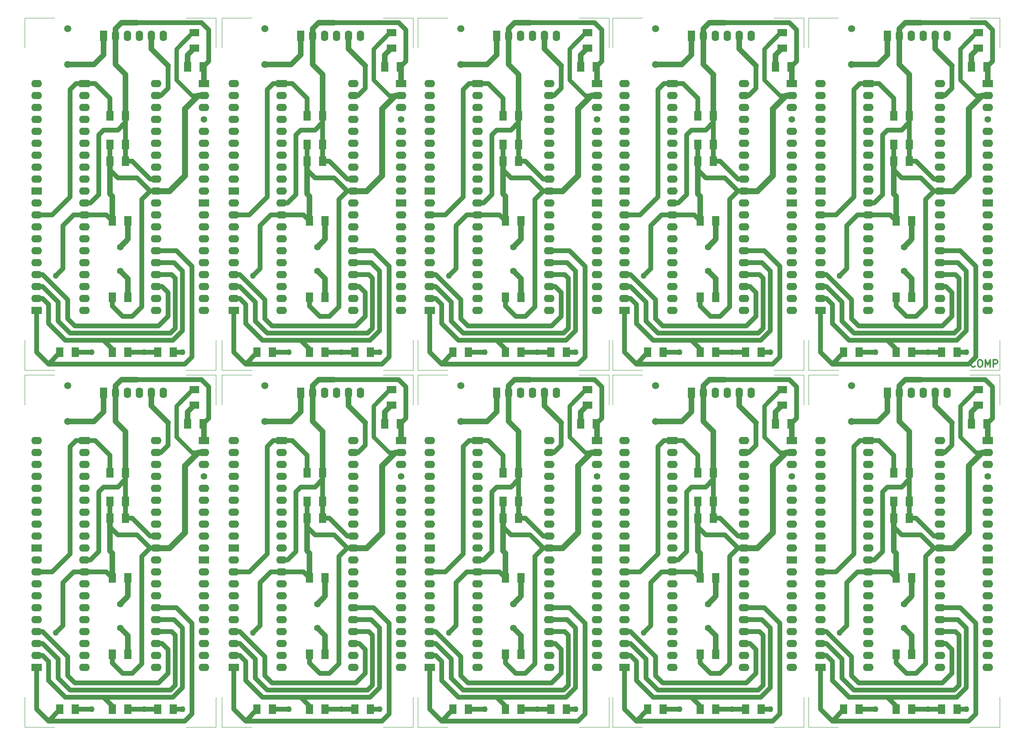
<source format=gtl>
G04 (created by PCBNEW (2013-07-07 BZR 4022)-stable) date 3/28/2015 9:54:38 PM*
%MOIN*%
G04 Gerber Fmt 3.4, Leading zero omitted, Abs format*
%FSLAX34Y34*%
G01*
G70*
G90*
G04 APERTURE LIST*
%ADD10C,0.00590551*%
%ADD11C,0.011811*%
%ADD12C,0.00393701*%
%ADD13C,0.0590551*%
%ADD14R,0.06X0.08*%
%ADD15R,0.062X0.09*%
%ADD16O,0.062X0.09*%
%ADD17R,0.09X0.062*%
%ADD18O,0.09X0.062*%
%ADD19C,0.055*%
%ADD20C,0.056*%
%ADD21R,0.08X0.06*%
%ADD22C,0.05*%
%ADD23C,0.045*%
%ADD24C,0.04*%
%ADD25C,0.035*%
%ADD26C,0.05*%
G04 APERTURE END LIST*
G54D10*
G54D11*
X119240Y-54082D02*
X119212Y-54110D01*
X119128Y-54139D01*
X119071Y-54139D01*
X118987Y-54110D01*
X118931Y-54054D01*
X118903Y-53998D01*
X118875Y-53885D01*
X118875Y-53801D01*
X118903Y-53689D01*
X118931Y-53632D01*
X118987Y-53576D01*
X119071Y-53548D01*
X119128Y-53548D01*
X119212Y-53576D01*
X119240Y-53604D01*
X119606Y-53548D02*
X119718Y-53548D01*
X119775Y-53576D01*
X119831Y-53632D01*
X119859Y-53745D01*
X119859Y-53942D01*
X119831Y-54054D01*
X119775Y-54110D01*
X119718Y-54139D01*
X119606Y-54139D01*
X119550Y-54110D01*
X119493Y-54054D01*
X119465Y-53942D01*
X119465Y-53745D01*
X119493Y-53632D01*
X119550Y-53576D01*
X119606Y-53548D01*
X120112Y-54139D02*
X120112Y-53548D01*
X120309Y-53970D01*
X120506Y-53548D01*
X120506Y-54139D01*
X120787Y-54139D02*
X120787Y-53548D01*
X121012Y-53548D01*
X121068Y-53576D01*
X121096Y-53604D01*
X121124Y-53660D01*
X121124Y-53745D01*
X121096Y-53801D01*
X121068Y-53829D01*
X121012Y-53857D01*
X120787Y-53857D01*
G54D12*
X88900Y-24900D02*
X88900Y-27400D01*
X88900Y-24900D02*
X91400Y-24900D01*
X88900Y-54400D02*
X88900Y-51900D01*
X88900Y-54400D02*
X91400Y-54400D01*
X104900Y-54400D02*
X102400Y-54400D01*
X104900Y-54400D02*
X104900Y-51900D01*
X104900Y-24900D02*
X104900Y-27400D01*
X104900Y-24900D02*
X102400Y-24900D01*
X105300Y-24900D02*
X105300Y-27400D01*
X105300Y-24900D02*
X107800Y-24900D01*
X105300Y-54400D02*
X105300Y-51900D01*
X105300Y-54400D02*
X107800Y-54400D01*
X121300Y-54400D02*
X118800Y-54400D01*
X121300Y-54400D02*
X121300Y-51900D01*
X121300Y-24900D02*
X121300Y-27400D01*
X121300Y-24900D02*
X118800Y-24900D01*
X105300Y-54800D02*
X105300Y-57300D01*
X105300Y-54800D02*
X107800Y-54800D01*
X105300Y-84300D02*
X105300Y-81800D01*
X105300Y-84300D02*
X107800Y-84300D01*
X121300Y-84300D02*
X118800Y-84300D01*
X121300Y-84300D02*
X121300Y-81800D01*
X121300Y-54800D02*
X121300Y-57300D01*
X121300Y-54800D02*
X118800Y-54800D01*
X88900Y-54800D02*
X88900Y-57300D01*
X88900Y-54800D02*
X91400Y-54800D01*
X88900Y-84300D02*
X88900Y-81800D01*
X88900Y-84300D02*
X91400Y-84300D01*
X104900Y-84300D02*
X102400Y-84300D01*
X104900Y-84300D02*
X104900Y-81800D01*
X104900Y-54800D02*
X104900Y-57300D01*
X104900Y-54800D02*
X102400Y-54800D01*
X72600Y-24900D02*
X72600Y-27400D01*
X72600Y-24900D02*
X75100Y-24900D01*
X72600Y-54400D02*
X72600Y-51900D01*
X72600Y-54400D02*
X75100Y-54400D01*
X88600Y-54400D02*
X86100Y-54400D01*
X88600Y-54400D02*
X88600Y-51900D01*
X88600Y-24900D02*
X88600Y-27400D01*
X88600Y-24900D02*
X86100Y-24900D01*
X39700Y-54800D02*
X39700Y-57300D01*
X39700Y-54800D02*
X42200Y-54800D01*
X39700Y-84300D02*
X39700Y-81800D01*
X39700Y-84300D02*
X42200Y-84300D01*
X55700Y-84300D02*
X53200Y-84300D01*
X55700Y-84300D02*
X55700Y-81800D01*
X55700Y-54800D02*
X55700Y-57300D01*
X55700Y-54800D02*
X53200Y-54800D01*
X72600Y-54800D02*
X72600Y-57300D01*
X72600Y-54800D02*
X75100Y-54800D01*
X72600Y-84300D02*
X72600Y-81800D01*
X72600Y-84300D02*
X75100Y-84300D01*
X88600Y-84300D02*
X86100Y-84300D01*
X88600Y-84300D02*
X88600Y-81800D01*
X88600Y-54800D02*
X88600Y-57300D01*
X88600Y-54800D02*
X86100Y-54800D01*
X39700Y-24900D02*
X39700Y-27400D01*
X39700Y-24900D02*
X42200Y-24900D01*
X39700Y-54400D02*
X39700Y-51900D01*
X39700Y-54400D02*
X42200Y-54400D01*
X55700Y-54400D02*
X53200Y-54400D01*
X55700Y-54400D02*
X55700Y-51900D01*
X55700Y-24900D02*
X55700Y-27400D01*
X55700Y-24900D02*
X53200Y-24900D01*
X56200Y-54800D02*
X56200Y-57300D01*
X56200Y-54800D02*
X58700Y-54800D01*
X56200Y-84300D02*
X56200Y-81800D01*
X56200Y-84300D02*
X58700Y-84300D01*
X72200Y-84300D02*
X69700Y-84300D01*
X72200Y-84300D02*
X72200Y-81800D01*
X72200Y-54800D02*
X72200Y-57300D01*
X72200Y-54800D02*
X69700Y-54800D01*
X56200Y-24900D02*
X56200Y-27400D01*
X56200Y-24900D02*
X58700Y-24900D01*
X56200Y-54400D02*
X56200Y-51900D01*
X56200Y-54400D02*
X58700Y-54400D01*
X72200Y-54400D02*
X69700Y-54400D01*
X72200Y-54400D02*
X72200Y-51900D01*
X72200Y-24900D02*
X72200Y-27400D01*
X72200Y-24900D02*
X69700Y-24900D01*
G54D13*
X92496Y-28800D03*
X92500Y-25804D03*
G54D14*
X96050Y-33100D03*
X97350Y-33100D03*
X96250Y-41900D03*
X97550Y-41900D03*
X96250Y-48300D03*
X97550Y-48300D03*
X96050Y-36900D03*
X97350Y-36900D03*
X96050Y-35500D03*
X97350Y-35500D03*
G54D15*
X95500Y-26400D03*
G54D16*
X96500Y-26400D03*
X97500Y-26400D03*
X98500Y-26400D03*
X99500Y-26400D03*
X100500Y-26400D03*
G54D17*
X89900Y-39400D03*
G54D18*
X89900Y-38400D03*
X89900Y-37400D03*
X89900Y-36400D03*
X89900Y-35400D03*
X89900Y-34400D03*
X89900Y-33400D03*
X89900Y-32400D03*
X89900Y-31400D03*
X89900Y-30400D03*
G54D17*
X89900Y-49400D03*
G54D18*
X89900Y-48400D03*
X89900Y-47400D03*
X89900Y-46400D03*
X89900Y-45400D03*
X89900Y-44400D03*
X89900Y-43400D03*
X89900Y-42400D03*
X89900Y-41400D03*
X89900Y-40400D03*
G54D17*
X103900Y-40400D03*
G54D18*
X103900Y-41400D03*
X103900Y-42400D03*
X103900Y-43400D03*
X103900Y-44400D03*
X103900Y-45400D03*
X103900Y-46400D03*
X103900Y-47400D03*
X103900Y-48400D03*
X103900Y-49400D03*
G54D17*
X103900Y-30400D03*
G54D18*
X103900Y-31400D03*
X103900Y-32400D03*
G54D19*
X103900Y-33400D03*
G54D18*
X103900Y-34400D03*
X103900Y-35400D03*
X103900Y-36400D03*
X103900Y-37400D03*
X103900Y-38400D03*
X103900Y-39400D03*
G54D20*
X96900Y-46100D03*
X96900Y-44100D03*
G54D17*
X93900Y-30400D03*
G54D18*
X93900Y-31400D03*
X93900Y-32400D03*
X93900Y-33400D03*
X93900Y-34400D03*
X93900Y-35400D03*
X93900Y-36400D03*
X93900Y-37400D03*
X93900Y-38400D03*
X93900Y-39400D03*
X93900Y-40400D03*
X93900Y-41400D03*
X93900Y-42400D03*
X93900Y-43400D03*
X93900Y-44400D03*
X93900Y-45400D03*
X93900Y-46400D03*
X93900Y-47400D03*
X93900Y-48400D03*
X93900Y-49400D03*
X99900Y-49400D03*
X99900Y-48400D03*
X99900Y-47400D03*
X99900Y-46400D03*
X99900Y-45400D03*
X99900Y-44400D03*
X99900Y-43400D03*
X99900Y-42400D03*
X99900Y-41400D03*
X99900Y-40400D03*
X99900Y-39400D03*
X99900Y-38400D03*
X99900Y-37400D03*
X99900Y-36400D03*
X99900Y-35400D03*
X99900Y-34400D03*
X99900Y-33400D03*
X99900Y-32400D03*
X99900Y-31400D03*
X99900Y-30400D03*
G54D14*
X103850Y-29000D03*
X102550Y-29000D03*
G54D21*
X103100Y-27450D03*
X103100Y-26150D03*
G54D14*
X96250Y-52900D03*
X97550Y-52900D03*
X91850Y-52900D03*
X93150Y-52900D03*
X100050Y-52900D03*
X101350Y-52900D03*
G54D13*
X108896Y-28800D03*
X108900Y-25804D03*
G54D14*
X112450Y-33100D03*
X113750Y-33100D03*
X112650Y-41900D03*
X113950Y-41900D03*
X112650Y-48300D03*
X113950Y-48300D03*
X112450Y-36900D03*
X113750Y-36900D03*
X112450Y-35500D03*
X113750Y-35500D03*
G54D15*
X111900Y-26400D03*
G54D16*
X112900Y-26400D03*
X113900Y-26400D03*
X114900Y-26400D03*
X115900Y-26400D03*
X116900Y-26400D03*
G54D17*
X106300Y-39400D03*
G54D18*
X106300Y-38400D03*
X106300Y-37400D03*
X106300Y-36400D03*
X106300Y-35400D03*
X106300Y-34400D03*
X106300Y-33400D03*
X106300Y-32400D03*
X106300Y-31400D03*
X106300Y-30400D03*
G54D17*
X106300Y-49400D03*
G54D18*
X106300Y-48400D03*
X106300Y-47400D03*
X106300Y-46400D03*
X106300Y-45400D03*
X106300Y-44400D03*
X106300Y-43400D03*
X106300Y-42400D03*
X106300Y-41400D03*
X106300Y-40400D03*
G54D17*
X120300Y-40400D03*
G54D18*
X120300Y-41400D03*
X120300Y-42400D03*
X120300Y-43400D03*
X120300Y-44400D03*
X120300Y-45400D03*
X120300Y-46400D03*
X120300Y-47400D03*
X120300Y-48400D03*
X120300Y-49400D03*
G54D17*
X120300Y-30400D03*
G54D18*
X120300Y-31400D03*
X120300Y-32400D03*
G54D19*
X120300Y-33400D03*
G54D18*
X120300Y-34400D03*
X120300Y-35400D03*
X120300Y-36400D03*
X120300Y-37400D03*
X120300Y-38400D03*
X120300Y-39400D03*
G54D20*
X113300Y-46100D03*
X113300Y-44100D03*
G54D17*
X110300Y-30400D03*
G54D18*
X110300Y-31400D03*
X110300Y-32400D03*
X110300Y-33400D03*
X110300Y-34400D03*
X110300Y-35400D03*
X110300Y-36400D03*
X110300Y-37400D03*
X110300Y-38400D03*
X110300Y-39400D03*
X110300Y-40400D03*
X110300Y-41400D03*
X110300Y-42400D03*
X110300Y-43400D03*
X110300Y-44400D03*
X110300Y-45400D03*
X110300Y-46400D03*
X110300Y-47400D03*
X110300Y-48400D03*
X110300Y-49400D03*
X116300Y-49400D03*
X116300Y-48400D03*
X116300Y-47400D03*
X116300Y-46400D03*
X116300Y-45400D03*
X116300Y-44400D03*
X116300Y-43400D03*
X116300Y-42400D03*
X116300Y-41400D03*
X116300Y-40400D03*
X116300Y-39400D03*
X116300Y-38400D03*
X116300Y-37400D03*
X116300Y-36400D03*
X116300Y-35400D03*
X116300Y-34400D03*
X116300Y-33400D03*
X116300Y-32400D03*
X116300Y-31400D03*
X116300Y-30400D03*
G54D14*
X120250Y-29000D03*
X118950Y-29000D03*
G54D21*
X119500Y-27450D03*
X119500Y-26150D03*
G54D14*
X112650Y-52900D03*
X113950Y-52900D03*
X108250Y-52900D03*
X109550Y-52900D03*
X116450Y-52900D03*
X117750Y-52900D03*
G54D13*
X108896Y-58700D03*
X108900Y-55704D03*
G54D14*
X112450Y-63000D03*
X113750Y-63000D03*
X112650Y-71800D03*
X113950Y-71800D03*
X112650Y-78200D03*
X113950Y-78200D03*
X112450Y-66800D03*
X113750Y-66800D03*
X112450Y-65400D03*
X113750Y-65400D03*
G54D15*
X111900Y-56300D03*
G54D16*
X112900Y-56300D03*
X113900Y-56300D03*
X114900Y-56300D03*
X115900Y-56300D03*
X116900Y-56300D03*
G54D17*
X106300Y-69300D03*
G54D18*
X106300Y-68300D03*
X106300Y-67300D03*
X106300Y-66300D03*
X106300Y-65300D03*
X106300Y-64300D03*
X106300Y-63300D03*
X106300Y-62300D03*
X106300Y-61300D03*
X106300Y-60300D03*
G54D17*
X106300Y-79300D03*
G54D18*
X106300Y-78300D03*
X106300Y-77300D03*
X106300Y-76300D03*
X106300Y-75300D03*
X106300Y-74300D03*
X106300Y-73300D03*
X106300Y-72300D03*
X106300Y-71300D03*
X106300Y-70300D03*
G54D17*
X120300Y-70300D03*
G54D18*
X120300Y-71300D03*
X120300Y-72300D03*
X120300Y-73300D03*
X120300Y-74300D03*
X120300Y-75300D03*
X120300Y-76300D03*
X120300Y-77300D03*
X120300Y-78300D03*
X120300Y-79300D03*
G54D17*
X120300Y-60300D03*
G54D18*
X120300Y-61300D03*
X120300Y-62300D03*
G54D19*
X120300Y-63300D03*
G54D18*
X120300Y-64300D03*
X120300Y-65300D03*
X120300Y-66300D03*
X120300Y-67300D03*
X120300Y-68300D03*
X120300Y-69300D03*
G54D20*
X113300Y-76000D03*
X113300Y-74000D03*
G54D17*
X110300Y-60300D03*
G54D18*
X110300Y-61300D03*
X110300Y-62300D03*
X110300Y-63300D03*
X110300Y-64300D03*
X110300Y-65300D03*
X110300Y-66300D03*
X110300Y-67300D03*
X110300Y-68300D03*
X110300Y-69300D03*
X110300Y-70300D03*
X110300Y-71300D03*
X110300Y-72300D03*
X110300Y-73300D03*
X110300Y-74300D03*
X110300Y-75300D03*
X110300Y-76300D03*
X110300Y-77300D03*
X110300Y-78300D03*
X110300Y-79300D03*
X116300Y-79300D03*
X116300Y-78300D03*
X116300Y-77300D03*
X116300Y-76300D03*
X116300Y-75300D03*
X116300Y-74300D03*
X116300Y-73300D03*
X116300Y-72300D03*
X116300Y-71300D03*
X116300Y-70300D03*
X116300Y-69300D03*
X116300Y-68300D03*
X116300Y-67300D03*
X116300Y-66300D03*
X116300Y-65300D03*
X116300Y-64300D03*
X116300Y-63300D03*
X116300Y-62300D03*
X116300Y-61300D03*
X116300Y-60300D03*
G54D14*
X120250Y-58900D03*
X118950Y-58900D03*
G54D21*
X119500Y-57350D03*
X119500Y-56050D03*
G54D14*
X112650Y-82800D03*
X113950Y-82800D03*
X108250Y-82800D03*
X109550Y-82800D03*
X116450Y-82800D03*
X117750Y-82800D03*
G54D13*
X92496Y-58700D03*
X92500Y-55704D03*
G54D14*
X96050Y-63000D03*
X97350Y-63000D03*
X96250Y-71800D03*
X97550Y-71800D03*
X96250Y-78200D03*
X97550Y-78200D03*
X96050Y-66800D03*
X97350Y-66800D03*
X96050Y-65400D03*
X97350Y-65400D03*
G54D15*
X95500Y-56300D03*
G54D16*
X96500Y-56300D03*
X97500Y-56300D03*
X98500Y-56300D03*
X99500Y-56300D03*
X100500Y-56300D03*
G54D17*
X89900Y-69300D03*
G54D18*
X89900Y-68300D03*
X89900Y-67300D03*
X89900Y-66300D03*
X89900Y-65300D03*
X89900Y-64300D03*
X89900Y-63300D03*
X89900Y-62300D03*
X89900Y-61300D03*
X89900Y-60300D03*
G54D17*
X89900Y-79300D03*
G54D18*
X89900Y-78300D03*
X89900Y-77300D03*
X89900Y-76300D03*
X89900Y-75300D03*
X89900Y-74300D03*
X89900Y-73300D03*
X89900Y-72300D03*
X89900Y-71300D03*
X89900Y-70300D03*
G54D17*
X103900Y-70300D03*
G54D18*
X103900Y-71300D03*
X103900Y-72300D03*
X103900Y-73300D03*
X103900Y-74300D03*
X103900Y-75300D03*
X103900Y-76300D03*
X103900Y-77300D03*
X103900Y-78300D03*
X103900Y-79300D03*
G54D17*
X103900Y-60300D03*
G54D18*
X103900Y-61300D03*
X103900Y-62300D03*
G54D19*
X103900Y-63300D03*
G54D18*
X103900Y-64300D03*
X103900Y-65300D03*
X103900Y-66300D03*
X103900Y-67300D03*
X103900Y-68300D03*
X103900Y-69300D03*
G54D20*
X96900Y-76000D03*
X96900Y-74000D03*
G54D17*
X93900Y-60300D03*
G54D18*
X93900Y-61300D03*
X93900Y-62300D03*
X93900Y-63300D03*
X93900Y-64300D03*
X93900Y-65300D03*
X93900Y-66300D03*
X93900Y-67300D03*
X93900Y-68300D03*
X93900Y-69300D03*
X93900Y-70300D03*
X93900Y-71300D03*
X93900Y-72300D03*
X93900Y-73300D03*
X93900Y-74300D03*
X93900Y-75300D03*
X93900Y-76300D03*
X93900Y-77300D03*
X93900Y-78300D03*
X93900Y-79300D03*
X99900Y-79300D03*
X99900Y-78300D03*
X99900Y-77300D03*
X99900Y-76300D03*
X99900Y-75300D03*
X99900Y-74300D03*
X99900Y-73300D03*
X99900Y-72300D03*
X99900Y-71300D03*
X99900Y-70300D03*
X99900Y-69300D03*
X99900Y-68300D03*
X99900Y-67300D03*
X99900Y-66300D03*
X99900Y-65300D03*
X99900Y-64300D03*
X99900Y-63300D03*
X99900Y-62300D03*
X99900Y-61300D03*
X99900Y-60300D03*
G54D14*
X103850Y-58900D03*
X102550Y-58900D03*
G54D21*
X103100Y-57350D03*
X103100Y-56050D03*
G54D14*
X96250Y-82800D03*
X97550Y-82800D03*
X91850Y-82800D03*
X93150Y-82800D03*
X100050Y-82800D03*
X101350Y-82800D03*
G54D13*
X76196Y-28800D03*
X76200Y-25804D03*
G54D14*
X79750Y-33100D03*
X81050Y-33100D03*
X79950Y-41900D03*
X81250Y-41900D03*
X79950Y-48300D03*
X81250Y-48300D03*
X79750Y-36900D03*
X81050Y-36900D03*
X79750Y-35500D03*
X81050Y-35500D03*
G54D15*
X79200Y-26400D03*
G54D16*
X80200Y-26400D03*
X81200Y-26400D03*
X82200Y-26400D03*
X83200Y-26400D03*
X84200Y-26400D03*
G54D17*
X73600Y-39400D03*
G54D18*
X73600Y-38400D03*
X73600Y-37400D03*
X73600Y-36400D03*
X73600Y-35400D03*
X73600Y-34400D03*
X73600Y-33400D03*
X73600Y-32400D03*
X73600Y-31400D03*
X73600Y-30400D03*
G54D17*
X73600Y-49400D03*
G54D18*
X73600Y-48400D03*
X73600Y-47400D03*
X73600Y-46400D03*
X73600Y-45400D03*
X73600Y-44400D03*
X73600Y-43400D03*
X73600Y-42400D03*
X73600Y-41400D03*
X73600Y-40400D03*
G54D17*
X87600Y-40400D03*
G54D18*
X87600Y-41400D03*
X87600Y-42400D03*
X87600Y-43400D03*
X87600Y-44400D03*
X87600Y-45400D03*
X87600Y-46400D03*
X87600Y-47400D03*
X87600Y-48400D03*
X87600Y-49400D03*
G54D17*
X87600Y-30400D03*
G54D18*
X87600Y-31400D03*
X87600Y-32400D03*
G54D19*
X87600Y-33400D03*
G54D18*
X87600Y-34400D03*
X87600Y-35400D03*
X87600Y-36400D03*
X87600Y-37400D03*
X87600Y-38400D03*
X87600Y-39400D03*
G54D20*
X80600Y-46100D03*
X80600Y-44100D03*
G54D17*
X77600Y-30400D03*
G54D18*
X77600Y-31400D03*
X77600Y-32400D03*
X77600Y-33400D03*
X77600Y-34400D03*
X77600Y-35400D03*
X77600Y-36400D03*
X77600Y-37400D03*
X77600Y-38400D03*
X77600Y-39400D03*
X77600Y-40400D03*
X77600Y-41400D03*
X77600Y-42400D03*
X77600Y-43400D03*
X77600Y-44400D03*
X77600Y-45400D03*
X77600Y-46400D03*
X77600Y-47400D03*
X77600Y-48400D03*
X77600Y-49400D03*
X83600Y-49400D03*
X83600Y-48400D03*
X83600Y-47400D03*
X83600Y-46400D03*
X83600Y-45400D03*
X83600Y-44400D03*
X83600Y-43400D03*
X83600Y-42400D03*
X83600Y-41400D03*
X83600Y-40400D03*
X83600Y-39400D03*
X83600Y-38400D03*
X83600Y-37400D03*
X83600Y-36400D03*
X83600Y-35400D03*
X83600Y-34400D03*
X83600Y-33400D03*
X83600Y-32400D03*
X83600Y-31400D03*
X83600Y-30400D03*
G54D14*
X87550Y-29000D03*
X86250Y-29000D03*
G54D21*
X86800Y-27450D03*
X86800Y-26150D03*
G54D14*
X79950Y-52900D03*
X81250Y-52900D03*
X75550Y-52900D03*
X76850Y-52900D03*
X83750Y-52900D03*
X85050Y-52900D03*
G54D13*
X43296Y-58700D03*
X43300Y-55704D03*
G54D14*
X46850Y-63000D03*
X48150Y-63000D03*
X47050Y-71800D03*
X48350Y-71800D03*
X47050Y-78200D03*
X48350Y-78200D03*
X46850Y-66800D03*
X48150Y-66800D03*
X46850Y-65400D03*
X48150Y-65400D03*
G54D15*
X46300Y-56300D03*
G54D16*
X47300Y-56300D03*
X48300Y-56300D03*
X49300Y-56300D03*
X50300Y-56300D03*
X51300Y-56300D03*
G54D17*
X40700Y-69300D03*
G54D18*
X40700Y-68300D03*
X40700Y-67300D03*
X40700Y-66300D03*
X40700Y-65300D03*
X40700Y-64300D03*
X40700Y-63300D03*
X40700Y-62300D03*
X40700Y-61300D03*
X40700Y-60300D03*
G54D17*
X40700Y-79300D03*
G54D18*
X40700Y-78300D03*
X40700Y-77300D03*
X40700Y-76300D03*
X40700Y-75300D03*
X40700Y-74300D03*
X40700Y-73300D03*
X40700Y-72300D03*
X40700Y-71300D03*
X40700Y-70300D03*
G54D17*
X54700Y-70300D03*
G54D18*
X54700Y-71300D03*
X54700Y-72300D03*
X54700Y-73300D03*
X54700Y-74300D03*
X54700Y-75300D03*
X54700Y-76300D03*
X54700Y-77300D03*
X54700Y-78300D03*
X54700Y-79300D03*
G54D17*
X54700Y-60300D03*
G54D18*
X54700Y-61300D03*
X54700Y-62300D03*
G54D19*
X54700Y-63300D03*
G54D18*
X54700Y-64300D03*
X54700Y-65300D03*
X54700Y-66300D03*
X54700Y-67300D03*
X54700Y-68300D03*
X54700Y-69300D03*
G54D20*
X47700Y-76000D03*
X47700Y-74000D03*
G54D17*
X44700Y-60300D03*
G54D18*
X44700Y-61300D03*
X44700Y-62300D03*
X44700Y-63300D03*
X44700Y-64300D03*
X44700Y-65300D03*
X44700Y-66300D03*
X44700Y-67300D03*
X44700Y-68300D03*
X44700Y-69300D03*
X44700Y-70300D03*
X44700Y-71300D03*
X44700Y-72300D03*
X44700Y-73300D03*
X44700Y-74300D03*
X44700Y-75300D03*
X44700Y-76300D03*
X44700Y-77300D03*
X44700Y-78300D03*
X44700Y-79300D03*
X50700Y-79300D03*
X50700Y-78300D03*
X50700Y-77300D03*
X50700Y-76300D03*
X50700Y-75300D03*
X50700Y-74300D03*
X50700Y-73300D03*
X50700Y-72300D03*
X50700Y-71300D03*
X50700Y-70300D03*
X50700Y-69300D03*
X50700Y-68300D03*
X50700Y-67300D03*
X50700Y-66300D03*
X50700Y-65300D03*
X50700Y-64300D03*
X50700Y-63300D03*
X50700Y-62300D03*
X50700Y-61300D03*
X50700Y-60300D03*
G54D14*
X54650Y-58900D03*
X53350Y-58900D03*
G54D21*
X53900Y-57350D03*
X53900Y-56050D03*
G54D14*
X47050Y-82800D03*
X48350Y-82800D03*
X42650Y-82800D03*
X43950Y-82800D03*
X50850Y-82800D03*
X52150Y-82800D03*
G54D13*
X76196Y-58700D03*
X76200Y-55704D03*
G54D14*
X79750Y-63000D03*
X81050Y-63000D03*
X79950Y-71800D03*
X81250Y-71800D03*
X79950Y-78200D03*
X81250Y-78200D03*
X79750Y-66800D03*
X81050Y-66800D03*
X79750Y-65400D03*
X81050Y-65400D03*
G54D15*
X79200Y-56300D03*
G54D16*
X80200Y-56300D03*
X81200Y-56300D03*
X82200Y-56300D03*
X83200Y-56300D03*
X84200Y-56300D03*
G54D17*
X73600Y-69300D03*
G54D18*
X73600Y-68300D03*
X73600Y-67300D03*
X73600Y-66300D03*
X73600Y-65300D03*
X73600Y-64300D03*
X73600Y-63300D03*
X73600Y-62300D03*
X73600Y-61300D03*
X73600Y-60300D03*
G54D17*
X73600Y-79300D03*
G54D18*
X73600Y-78300D03*
X73600Y-77300D03*
X73600Y-76300D03*
X73600Y-75300D03*
X73600Y-74300D03*
X73600Y-73300D03*
X73600Y-72300D03*
X73600Y-71300D03*
X73600Y-70300D03*
G54D17*
X87600Y-70300D03*
G54D18*
X87600Y-71300D03*
X87600Y-72300D03*
X87600Y-73300D03*
X87600Y-74300D03*
X87600Y-75300D03*
X87600Y-76300D03*
X87600Y-77300D03*
X87600Y-78300D03*
X87600Y-79300D03*
G54D17*
X87600Y-60300D03*
G54D18*
X87600Y-61300D03*
X87600Y-62300D03*
G54D19*
X87600Y-63300D03*
G54D18*
X87600Y-64300D03*
X87600Y-65300D03*
X87600Y-66300D03*
X87600Y-67300D03*
X87600Y-68300D03*
X87600Y-69300D03*
G54D20*
X80600Y-76000D03*
X80600Y-74000D03*
G54D17*
X77600Y-60300D03*
G54D18*
X77600Y-61300D03*
X77600Y-62300D03*
X77600Y-63300D03*
X77600Y-64300D03*
X77600Y-65300D03*
X77600Y-66300D03*
X77600Y-67300D03*
X77600Y-68300D03*
X77600Y-69300D03*
X77600Y-70300D03*
X77600Y-71300D03*
X77600Y-72300D03*
X77600Y-73300D03*
X77600Y-74300D03*
X77600Y-75300D03*
X77600Y-76300D03*
X77600Y-77300D03*
X77600Y-78300D03*
X77600Y-79300D03*
X83600Y-79300D03*
X83600Y-78300D03*
X83600Y-77300D03*
X83600Y-76300D03*
X83600Y-75300D03*
X83600Y-74300D03*
X83600Y-73300D03*
X83600Y-72300D03*
X83600Y-71300D03*
X83600Y-70300D03*
X83600Y-69300D03*
X83600Y-68300D03*
X83600Y-67300D03*
X83600Y-66300D03*
X83600Y-65300D03*
X83600Y-64300D03*
X83600Y-63300D03*
X83600Y-62300D03*
X83600Y-61300D03*
X83600Y-60300D03*
G54D14*
X87550Y-58900D03*
X86250Y-58900D03*
G54D21*
X86800Y-57350D03*
X86800Y-56050D03*
G54D14*
X79950Y-82800D03*
X81250Y-82800D03*
X75550Y-82800D03*
X76850Y-82800D03*
X83750Y-82800D03*
X85050Y-82800D03*
G54D13*
X43296Y-28800D03*
X43300Y-25804D03*
G54D14*
X46850Y-33100D03*
X48150Y-33100D03*
X47050Y-41900D03*
X48350Y-41900D03*
X47050Y-48300D03*
X48350Y-48300D03*
X46850Y-36900D03*
X48150Y-36900D03*
X46850Y-35500D03*
X48150Y-35500D03*
G54D15*
X46300Y-26400D03*
G54D16*
X47300Y-26400D03*
X48300Y-26400D03*
X49300Y-26400D03*
X50300Y-26400D03*
X51300Y-26400D03*
G54D17*
X40700Y-39400D03*
G54D18*
X40700Y-38400D03*
X40700Y-37400D03*
X40700Y-36400D03*
X40700Y-35400D03*
X40700Y-34400D03*
X40700Y-33400D03*
X40700Y-32400D03*
X40700Y-31400D03*
X40700Y-30400D03*
G54D17*
X40700Y-49400D03*
G54D18*
X40700Y-48400D03*
X40700Y-47400D03*
X40700Y-46400D03*
X40700Y-45400D03*
X40700Y-44400D03*
X40700Y-43400D03*
X40700Y-42400D03*
X40700Y-41400D03*
X40700Y-40400D03*
G54D17*
X54700Y-40400D03*
G54D18*
X54700Y-41400D03*
X54700Y-42400D03*
X54700Y-43400D03*
X54700Y-44400D03*
X54700Y-45400D03*
X54700Y-46400D03*
X54700Y-47400D03*
X54700Y-48400D03*
X54700Y-49400D03*
G54D17*
X54700Y-30400D03*
G54D18*
X54700Y-31400D03*
X54700Y-32400D03*
G54D19*
X54700Y-33400D03*
G54D18*
X54700Y-34400D03*
X54700Y-35400D03*
X54700Y-36400D03*
X54700Y-37400D03*
X54700Y-38400D03*
X54700Y-39400D03*
G54D20*
X47700Y-46100D03*
X47700Y-44100D03*
G54D17*
X44700Y-30400D03*
G54D18*
X44700Y-31400D03*
X44700Y-32400D03*
X44700Y-33400D03*
X44700Y-34400D03*
X44700Y-35400D03*
X44700Y-36400D03*
X44700Y-37400D03*
X44700Y-38400D03*
X44700Y-39400D03*
X44700Y-40400D03*
X44700Y-41400D03*
X44700Y-42400D03*
X44700Y-43400D03*
X44700Y-44400D03*
X44700Y-45400D03*
X44700Y-46400D03*
X44700Y-47400D03*
X44700Y-48400D03*
X44700Y-49400D03*
X50700Y-49400D03*
X50700Y-48400D03*
X50700Y-47400D03*
X50700Y-46400D03*
X50700Y-45400D03*
X50700Y-44400D03*
X50700Y-43400D03*
X50700Y-42400D03*
X50700Y-41400D03*
X50700Y-40400D03*
X50700Y-39400D03*
X50700Y-38400D03*
X50700Y-37400D03*
X50700Y-36400D03*
X50700Y-35400D03*
X50700Y-34400D03*
X50700Y-33400D03*
X50700Y-32400D03*
X50700Y-31400D03*
X50700Y-30400D03*
G54D14*
X54650Y-29000D03*
X53350Y-29000D03*
G54D21*
X53900Y-27450D03*
X53900Y-26150D03*
G54D14*
X47050Y-52900D03*
X48350Y-52900D03*
X42650Y-52900D03*
X43950Y-52900D03*
X50850Y-52900D03*
X52150Y-52900D03*
G54D13*
X59796Y-58700D03*
X59800Y-55704D03*
G54D14*
X63350Y-63000D03*
X64650Y-63000D03*
X63550Y-71800D03*
X64850Y-71800D03*
X63550Y-78200D03*
X64850Y-78200D03*
X63350Y-66800D03*
X64650Y-66800D03*
X63350Y-65400D03*
X64650Y-65400D03*
G54D15*
X62800Y-56300D03*
G54D16*
X63800Y-56300D03*
X64800Y-56300D03*
X65800Y-56300D03*
X66800Y-56300D03*
X67800Y-56300D03*
G54D17*
X57200Y-69300D03*
G54D18*
X57200Y-68300D03*
X57200Y-67300D03*
X57200Y-66300D03*
X57200Y-65300D03*
X57200Y-64300D03*
X57200Y-63300D03*
X57200Y-62300D03*
X57200Y-61300D03*
X57200Y-60300D03*
G54D17*
X57200Y-79300D03*
G54D18*
X57200Y-78300D03*
X57200Y-77300D03*
X57200Y-76300D03*
X57200Y-75300D03*
X57200Y-74300D03*
X57200Y-73300D03*
X57200Y-72300D03*
X57200Y-71300D03*
X57200Y-70300D03*
G54D17*
X71200Y-70300D03*
G54D18*
X71200Y-71300D03*
X71200Y-72300D03*
X71200Y-73300D03*
X71200Y-74300D03*
X71200Y-75300D03*
X71200Y-76300D03*
X71200Y-77300D03*
X71200Y-78300D03*
X71200Y-79300D03*
G54D17*
X71200Y-60300D03*
G54D18*
X71200Y-61300D03*
X71200Y-62300D03*
G54D19*
X71200Y-63300D03*
G54D18*
X71200Y-64300D03*
X71200Y-65300D03*
X71200Y-66300D03*
X71200Y-67300D03*
X71200Y-68300D03*
X71200Y-69300D03*
G54D20*
X64200Y-76000D03*
X64200Y-74000D03*
G54D17*
X61200Y-60300D03*
G54D18*
X61200Y-61300D03*
X61200Y-62300D03*
X61200Y-63300D03*
X61200Y-64300D03*
X61200Y-65300D03*
X61200Y-66300D03*
X61200Y-67300D03*
X61200Y-68300D03*
X61200Y-69300D03*
X61200Y-70300D03*
X61200Y-71300D03*
X61200Y-72300D03*
X61200Y-73300D03*
X61200Y-74300D03*
X61200Y-75300D03*
X61200Y-76300D03*
X61200Y-77300D03*
X61200Y-78300D03*
X61200Y-79300D03*
X67200Y-79300D03*
X67200Y-78300D03*
X67200Y-77300D03*
X67200Y-76300D03*
X67200Y-75300D03*
X67200Y-74300D03*
X67200Y-73300D03*
X67200Y-72300D03*
X67200Y-71300D03*
X67200Y-70300D03*
X67200Y-69300D03*
X67200Y-68300D03*
X67200Y-67300D03*
X67200Y-66300D03*
X67200Y-65300D03*
X67200Y-64300D03*
X67200Y-63300D03*
X67200Y-62300D03*
X67200Y-61300D03*
X67200Y-60300D03*
G54D14*
X71150Y-58900D03*
X69850Y-58900D03*
G54D21*
X70400Y-57350D03*
X70400Y-56050D03*
G54D14*
X63550Y-82800D03*
X64850Y-82800D03*
X59150Y-82800D03*
X60450Y-82800D03*
X67350Y-82800D03*
X68650Y-82800D03*
G54D13*
X59796Y-28800D03*
X59800Y-25804D03*
G54D14*
X63350Y-33100D03*
X64650Y-33100D03*
X63550Y-41900D03*
X64850Y-41900D03*
X63550Y-48300D03*
X64850Y-48300D03*
X63350Y-36900D03*
X64650Y-36900D03*
X63350Y-35500D03*
X64650Y-35500D03*
G54D15*
X62800Y-26400D03*
G54D16*
X63800Y-26400D03*
X64800Y-26400D03*
X65800Y-26400D03*
X66800Y-26400D03*
X67800Y-26400D03*
G54D17*
X57200Y-39400D03*
G54D18*
X57200Y-38400D03*
X57200Y-37400D03*
X57200Y-36400D03*
X57200Y-35400D03*
X57200Y-34400D03*
X57200Y-33400D03*
X57200Y-32400D03*
X57200Y-31400D03*
X57200Y-30400D03*
G54D17*
X57200Y-49400D03*
G54D18*
X57200Y-48400D03*
X57200Y-47400D03*
X57200Y-46400D03*
X57200Y-45400D03*
X57200Y-44400D03*
X57200Y-43400D03*
X57200Y-42400D03*
X57200Y-41400D03*
X57200Y-40400D03*
G54D17*
X71200Y-40400D03*
G54D18*
X71200Y-41400D03*
X71200Y-42400D03*
X71200Y-43400D03*
X71200Y-44400D03*
X71200Y-45400D03*
X71200Y-46400D03*
X71200Y-47400D03*
X71200Y-48400D03*
X71200Y-49400D03*
G54D17*
X71200Y-30400D03*
G54D18*
X71200Y-31400D03*
X71200Y-32400D03*
G54D19*
X71200Y-33400D03*
G54D18*
X71200Y-34400D03*
X71200Y-35400D03*
X71200Y-36400D03*
X71200Y-37400D03*
X71200Y-38400D03*
X71200Y-39400D03*
G54D20*
X64200Y-46100D03*
X64200Y-44100D03*
G54D17*
X61200Y-30400D03*
G54D18*
X61200Y-31400D03*
X61200Y-32400D03*
X61200Y-33400D03*
X61200Y-34400D03*
X61200Y-35400D03*
X61200Y-36400D03*
X61200Y-37400D03*
X61200Y-38400D03*
X61200Y-39400D03*
X61200Y-40400D03*
X61200Y-41400D03*
X61200Y-42400D03*
X61200Y-43400D03*
X61200Y-44400D03*
X61200Y-45400D03*
X61200Y-46400D03*
X61200Y-47400D03*
X61200Y-48400D03*
X61200Y-49400D03*
X67200Y-49400D03*
X67200Y-48400D03*
X67200Y-47400D03*
X67200Y-46400D03*
X67200Y-45400D03*
X67200Y-44400D03*
X67200Y-43400D03*
X67200Y-42400D03*
X67200Y-41400D03*
X67200Y-40400D03*
X67200Y-39400D03*
X67200Y-38400D03*
X67200Y-37400D03*
X67200Y-36400D03*
X67200Y-35400D03*
X67200Y-34400D03*
X67200Y-33400D03*
X67200Y-32400D03*
X67200Y-31400D03*
X67200Y-30400D03*
G54D14*
X71150Y-29000D03*
X69850Y-29000D03*
G54D21*
X70400Y-27450D03*
X70400Y-26150D03*
G54D14*
X63550Y-52900D03*
X64850Y-52900D03*
X59150Y-52900D03*
X60450Y-52900D03*
X67350Y-52900D03*
X68650Y-52900D03*
G54D22*
X91500Y-46500D03*
X102100Y-52900D03*
X107900Y-46500D03*
X118500Y-52900D03*
X107900Y-76400D03*
X118500Y-82800D03*
X91500Y-76400D03*
X102100Y-82800D03*
X75200Y-46500D03*
X85800Y-52900D03*
X42300Y-76400D03*
X52900Y-82800D03*
X75200Y-76400D03*
X85800Y-82800D03*
X42300Y-46500D03*
X52900Y-52900D03*
X58800Y-76400D03*
X69400Y-82800D03*
X58800Y-46500D03*
X69400Y-52900D03*
X98900Y-52900D03*
X94500Y-52900D03*
X115300Y-52900D03*
X110900Y-52900D03*
X115300Y-82800D03*
X110900Y-82800D03*
X98900Y-82800D03*
X94500Y-82800D03*
X82600Y-52900D03*
X78200Y-52900D03*
X49700Y-82800D03*
X45300Y-82800D03*
X82600Y-82800D03*
X78200Y-82800D03*
X49700Y-52900D03*
X45300Y-52900D03*
X66200Y-82800D03*
X61800Y-82800D03*
X66200Y-52900D03*
X61800Y-52900D03*
G54D23*
X98300Y-25300D02*
X97000Y-25300D01*
X96500Y-25800D02*
X96500Y-26400D01*
X97000Y-25300D02*
X96500Y-25800D01*
X97350Y-33100D02*
X97350Y-29650D01*
X97350Y-29650D02*
X96500Y-28800D01*
X96500Y-28800D02*
X96500Y-26400D01*
G54D24*
X102100Y-25300D02*
X103700Y-25300D01*
X98100Y-25300D02*
X98300Y-25300D01*
X98300Y-25300D02*
X102100Y-25300D01*
X104300Y-28550D02*
X103850Y-29000D01*
X104300Y-25900D02*
X104300Y-28550D01*
X103700Y-25300D02*
X104300Y-25900D01*
G54D23*
X103900Y-30400D02*
X103900Y-29050D01*
X103900Y-29050D02*
X103850Y-29000D01*
G54D24*
X95100Y-35300D02*
X95100Y-34700D01*
X97350Y-33650D02*
X97350Y-33100D01*
X96700Y-34300D02*
X97350Y-33650D01*
X95500Y-34300D02*
X96700Y-34300D01*
X95100Y-34700D02*
X95500Y-34300D01*
X97350Y-35500D02*
X97350Y-33100D01*
X93900Y-40400D02*
X94400Y-40400D01*
X95100Y-39700D02*
X95100Y-35300D01*
X95100Y-35300D02*
X95100Y-34900D01*
X94400Y-40400D02*
X95100Y-39700D01*
X97350Y-36900D02*
X97900Y-36900D01*
X99400Y-38400D02*
X99900Y-38400D01*
X97900Y-36900D02*
X99400Y-38400D01*
X97350Y-35500D02*
X97350Y-36900D01*
X96400Y-26300D02*
X96400Y-26400D01*
G54D23*
X114700Y-25300D02*
X113400Y-25300D01*
X112900Y-25800D02*
X112900Y-26400D01*
X113400Y-25300D02*
X112900Y-25800D01*
X113750Y-33100D02*
X113750Y-29650D01*
X113750Y-29650D02*
X112900Y-28800D01*
X112900Y-28800D02*
X112900Y-26400D01*
G54D24*
X118500Y-25300D02*
X120100Y-25300D01*
X114500Y-25300D02*
X114700Y-25300D01*
X114700Y-25300D02*
X118500Y-25300D01*
X120700Y-28550D02*
X120250Y-29000D01*
X120700Y-25900D02*
X120700Y-28550D01*
X120100Y-25300D02*
X120700Y-25900D01*
G54D23*
X120300Y-30400D02*
X120300Y-29050D01*
X120300Y-29050D02*
X120250Y-29000D01*
G54D24*
X111500Y-35300D02*
X111500Y-34700D01*
X113750Y-33650D02*
X113750Y-33100D01*
X113100Y-34300D02*
X113750Y-33650D01*
X111900Y-34300D02*
X113100Y-34300D01*
X111500Y-34700D02*
X111900Y-34300D01*
X113750Y-35500D02*
X113750Y-33100D01*
X110300Y-40400D02*
X110800Y-40400D01*
X111500Y-39700D02*
X111500Y-35300D01*
X111500Y-35300D02*
X111500Y-34900D01*
X110800Y-40400D02*
X111500Y-39700D01*
X113750Y-36900D02*
X114300Y-36900D01*
X115800Y-38400D02*
X116300Y-38400D01*
X114300Y-36900D02*
X115800Y-38400D01*
X113750Y-35500D02*
X113750Y-36900D01*
X112800Y-26300D02*
X112800Y-26400D01*
G54D23*
X114700Y-55200D02*
X113400Y-55200D01*
X112900Y-55700D02*
X112900Y-56300D01*
X113400Y-55200D02*
X112900Y-55700D01*
X113750Y-63000D02*
X113750Y-59550D01*
X113750Y-59550D02*
X112900Y-58700D01*
X112900Y-58700D02*
X112900Y-56300D01*
G54D24*
X118500Y-55200D02*
X120100Y-55200D01*
X114500Y-55200D02*
X114700Y-55200D01*
X114700Y-55200D02*
X118500Y-55200D01*
X120700Y-58450D02*
X120250Y-58900D01*
X120700Y-55800D02*
X120700Y-58450D01*
X120100Y-55200D02*
X120700Y-55800D01*
G54D23*
X120300Y-60300D02*
X120300Y-58950D01*
X120300Y-58950D02*
X120250Y-58900D01*
G54D24*
X111500Y-65200D02*
X111500Y-64600D01*
X113750Y-63550D02*
X113750Y-63000D01*
X113100Y-64200D02*
X113750Y-63550D01*
X111900Y-64200D02*
X113100Y-64200D01*
X111500Y-64600D02*
X111900Y-64200D01*
X113750Y-65400D02*
X113750Y-63000D01*
X110300Y-70300D02*
X110800Y-70300D01*
X111500Y-69600D02*
X111500Y-65200D01*
X111500Y-65200D02*
X111500Y-64800D01*
X110800Y-70300D02*
X111500Y-69600D01*
X113750Y-66800D02*
X114300Y-66800D01*
X115800Y-68300D02*
X116300Y-68300D01*
X114300Y-66800D02*
X115800Y-68300D01*
X113750Y-65400D02*
X113750Y-66800D01*
X112800Y-56200D02*
X112800Y-56300D01*
G54D23*
X98300Y-55200D02*
X97000Y-55200D01*
X96500Y-55700D02*
X96500Y-56300D01*
X97000Y-55200D02*
X96500Y-55700D01*
X97350Y-63000D02*
X97350Y-59550D01*
X97350Y-59550D02*
X96500Y-58700D01*
X96500Y-58700D02*
X96500Y-56300D01*
G54D24*
X102100Y-55200D02*
X103700Y-55200D01*
X98100Y-55200D02*
X98300Y-55200D01*
X98300Y-55200D02*
X102100Y-55200D01*
X104300Y-58450D02*
X103850Y-58900D01*
X104300Y-55800D02*
X104300Y-58450D01*
X103700Y-55200D02*
X104300Y-55800D01*
G54D23*
X103900Y-60300D02*
X103900Y-58950D01*
X103900Y-58950D02*
X103850Y-58900D01*
G54D24*
X95100Y-65200D02*
X95100Y-64600D01*
X97350Y-63550D02*
X97350Y-63000D01*
X96700Y-64200D02*
X97350Y-63550D01*
X95500Y-64200D02*
X96700Y-64200D01*
X95100Y-64600D02*
X95500Y-64200D01*
X97350Y-65400D02*
X97350Y-63000D01*
X93900Y-70300D02*
X94400Y-70300D01*
X95100Y-69600D02*
X95100Y-65200D01*
X95100Y-65200D02*
X95100Y-64800D01*
X94400Y-70300D02*
X95100Y-69600D01*
X97350Y-66800D02*
X97900Y-66800D01*
X99400Y-68300D02*
X99900Y-68300D01*
X97900Y-66800D02*
X99400Y-68300D01*
X97350Y-65400D02*
X97350Y-66800D01*
X96400Y-56200D02*
X96400Y-56300D01*
G54D23*
X82000Y-25300D02*
X80700Y-25300D01*
X80200Y-25800D02*
X80200Y-26400D01*
X80700Y-25300D02*
X80200Y-25800D01*
X81050Y-33100D02*
X81050Y-29650D01*
X81050Y-29650D02*
X80200Y-28800D01*
X80200Y-28800D02*
X80200Y-26400D01*
G54D24*
X85800Y-25300D02*
X87400Y-25300D01*
X81800Y-25300D02*
X82000Y-25300D01*
X82000Y-25300D02*
X85800Y-25300D01*
X88000Y-28550D02*
X87550Y-29000D01*
X88000Y-25900D02*
X88000Y-28550D01*
X87400Y-25300D02*
X88000Y-25900D01*
G54D23*
X87600Y-30400D02*
X87600Y-29050D01*
X87600Y-29050D02*
X87550Y-29000D01*
G54D24*
X78800Y-35300D02*
X78800Y-34700D01*
X81050Y-33650D02*
X81050Y-33100D01*
X80400Y-34300D02*
X81050Y-33650D01*
X79200Y-34300D02*
X80400Y-34300D01*
X78800Y-34700D02*
X79200Y-34300D01*
X81050Y-35500D02*
X81050Y-33100D01*
X77600Y-40400D02*
X78100Y-40400D01*
X78800Y-39700D02*
X78800Y-35300D01*
X78800Y-35300D02*
X78800Y-34900D01*
X78100Y-40400D02*
X78800Y-39700D01*
X81050Y-36900D02*
X81600Y-36900D01*
X83100Y-38400D02*
X83600Y-38400D01*
X81600Y-36900D02*
X83100Y-38400D01*
X81050Y-35500D02*
X81050Y-36900D01*
X80100Y-26300D02*
X80100Y-26400D01*
G54D23*
X49100Y-55200D02*
X47800Y-55200D01*
X47300Y-55700D02*
X47300Y-56300D01*
X47800Y-55200D02*
X47300Y-55700D01*
X48150Y-63000D02*
X48150Y-59550D01*
X48150Y-59550D02*
X47300Y-58700D01*
X47300Y-58700D02*
X47300Y-56300D01*
G54D24*
X52900Y-55200D02*
X54500Y-55200D01*
X48900Y-55200D02*
X49100Y-55200D01*
X49100Y-55200D02*
X52900Y-55200D01*
X55100Y-58450D02*
X54650Y-58900D01*
X55100Y-55800D02*
X55100Y-58450D01*
X54500Y-55200D02*
X55100Y-55800D01*
G54D23*
X54700Y-60300D02*
X54700Y-58950D01*
X54700Y-58950D02*
X54650Y-58900D01*
G54D24*
X45900Y-65200D02*
X45900Y-64600D01*
X48150Y-63550D02*
X48150Y-63000D01*
X47500Y-64200D02*
X48150Y-63550D01*
X46300Y-64200D02*
X47500Y-64200D01*
X45900Y-64600D02*
X46300Y-64200D01*
X48150Y-65400D02*
X48150Y-63000D01*
X44700Y-70300D02*
X45200Y-70300D01*
X45900Y-69600D02*
X45900Y-65200D01*
X45900Y-65200D02*
X45900Y-64800D01*
X45200Y-70300D02*
X45900Y-69600D01*
X48150Y-66800D02*
X48700Y-66800D01*
X50200Y-68300D02*
X50700Y-68300D01*
X48700Y-66800D02*
X50200Y-68300D01*
X48150Y-65400D02*
X48150Y-66800D01*
X47200Y-56200D02*
X47200Y-56300D01*
G54D23*
X82000Y-55200D02*
X80700Y-55200D01*
X80200Y-55700D02*
X80200Y-56300D01*
X80700Y-55200D02*
X80200Y-55700D01*
X81050Y-63000D02*
X81050Y-59550D01*
X81050Y-59550D02*
X80200Y-58700D01*
X80200Y-58700D02*
X80200Y-56300D01*
G54D24*
X85800Y-55200D02*
X87400Y-55200D01*
X81800Y-55200D02*
X82000Y-55200D01*
X82000Y-55200D02*
X85800Y-55200D01*
X88000Y-58450D02*
X87550Y-58900D01*
X88000Y-55800D02*
X88000Y-58450D01*
X87400Y-55200D02*
X88000Y-55800D01*
G54D23*
X87600Y-60300D02*
X87600Y-58950D01*
X87600Y-58950D02*
X87550Y-58900D01*
G54D24*
X78800Y-65200D02*
X78800Y-64600D01*
X81050Y-63550D02*
X81050Y-63000D01*
X80400Y-64200D02*
X81050Y-63550D01*
X79200Y-64200D02*
X80400Y-64200D01*
X78800Y-64600D02*
X79200Y-64200D01*
X81050Y-65400D02*
X81050Y-63000D01*
X77600Y-70300D02*
X78100Y-70300D01*
X78800Y-69600D02*
X78800Y-65200D01*
X78800Y-65200D02*
X78800Y-64800D01*
X78100Y-70300D02*
X78800Y-69600D01*
X81050Y-66800D02*
X81600Y-66800D01*
X83100Y-68300D02*
X83600Y-68300D01*
X81600Y-66800D02*
X83100Y-68300D01*
X81050Y-65400D02*
X81050Y-66800D01*
X80100Y-56200D02*
X80100Y-56300D01*
G54D23*
X49100Y-25300D02*
X47800Y-25300D01*
X47300Y-25800D02*
X47300Y-26400D01*
X47800Y-25300D02*
X47300Y-25800D01*
X48150Y-33100D02*
X48150Y-29650D01*
X48150Y-29650D02*
X47300Y-28800D01*
X47300Y-28800D02*
X47300Y-26400D01*
G54D24*
X52900Y-25300D02*
X54500Y-25300D01*
X48900Y-25300D02*
X49100Y-25300D01*
X49100Y-25300D02*
X52900Y-25300D01*
X55100Y-28550D02*
X54650Y-29000D01*
X55100Y-25900D02*
X55100Y-28550D01*
X54500Y-25300D02*
X55100Y-25900D01*
G54D23*
X54700Y-30400D02*
X54700Y-29050D01*
X54700Y-29050D02*
X54650Y-29000D01*
G54D24*
X45900Y-35300D02*
X45900Y-34700D01*
X48150Y-33650D02*
X48150Y-33100D01*
X47500Y-34300D02*
X48150Y-33650D01*
X46300Y-34300D02*
X47500Y-34300D01*
X45900Y-34700D02*
X46300Y-34300D01*
X48150Y-35500D02*
X48150Y-33100D01*
X44700Y-40400D02*
X45200Y-40400D01*
X45900Y-39700D02*
X45900Y-35300D01*
X45900Y-35300D02*
X45900Y-34900D01*
X45200Y-40400D02*
X45900Y-39700D01*
X48150Y-36900D02*
X48700Y-36900D01*
X50200Y-38400D02*
X50700Y-38400D01*
X48700Y-36900D02*
X50200Y-38400D01*
X48150Y-35500D02*
X48150Y-36900D01*
X47200Y-26300D02*
X47200Y-26400D01*
G54D23*
X65600Y-55200D02*
X64300Y-55200D01*
X63800Y-55700D02*
X63800Y-56300D01*
X64300Y-55200D02*
X63800Y-55700D01*
X64650Y-63000D02*
X64650Y-59550D01*
X64650Y-59550D02*
X63800Y-58700D01*
X63800Y-58700D02*
X63800Y-56300D01*
G54D24*
X69400Y-55200D02*
X71000Y-55200D01*
X65400Y-55200D02*
X65600Y-55200D01*
X65600Y-55200D02*
X69400Y-55200D01*
X71600Y-58450D02*
X71150Y-58900D01*
X71600Y-55800D02*
X71600Y-58450D01*
X71000Y-55200D02*
X71600Y-55800D01*
G54D23*
X71200Y-60300D02*
X71200Y-58950D01*
X71200Y-58950D02*
X71150Y-58900D01*
G54D24*
X62400Y-65200D02*
X62400Y-64600D01*
X64650Y-63550D02*
X64650Y-63000D01*
X64000Y-64200D02*
X64650Y-63550D01*
X62800Y-64200D02*
X64000Y-64200D01*
X62400Y-64600D02*
X62800Y-64200D01*
X64650Y-65400D02*
X64650Y-63000D01*
X61200Y-70300D02*
X61700Y-70300D01*
X62400Y-69600D02*
X62400Y-65200D01*
X62400Y-65200D02*
X62400Y-64800D01*
X61700Y-70300D02*
X62400Y-69600D01*
X64650Y-66800D02*
X65200Y-66800D01*
X66700Y-68300D02*
X67200Y-68300D01*
X65200Y-66800D02*
X66700Y-68300D01*
X64650Y-65400D02*
X64650Y-66800D01*
X63700Y-56200D02*
X63700Y-56300D01*
G54D23*
X65600Y-25300D02*
X64300Y-25300D01*
X63800Y-25800D02*
X63800Y-26400D01*
X64300Y-25300D02*
X63800Y-25800D01*
X64650Y-33100D02*
X64650Y-29650D01*
X64650Y-29650D02*
X63800Y-28800D01*
X63800Y-28800D02*
X63800Y-26400D01*
G54D24*
X69400Y-25300D02*
X71000Y-25300D01*
X65400Y-25300D02*
X65600Y-25300D01*
X65600Y-25300D02*
X69400Y-25300D01*
X71600Y-28550D02*
X71150Y-29000D01*
X71600Y-25900D02*
X71600Y-28550D01*
X71000Y-25300D02*
X71600Y-25900D01*
G54D23*
X71200Y-30400D02*
X71200Y-29050D01*
X71200Y-29050D02*
X71150Y-29000D01*
G54D24*
X62400Y-35300D02*
X62400Y-34700D01*
X64650Y-33650D02*
X64650Y-33100D01*
X64000Y-34300D02*
X64650Y-33650D01*
X62800Y-34300D02*
X64000Y-34300D01*
X62400Y-34700D02*
X62800Y-34300D01*
X64650Y-35500D02*
X64650Y-33100D01*
X61200Y-40400D02*
X61700Y-40400D01*
X62400Y-39700D02*
X62400Y-35300D01*
X62400Y-35300D02*
X62400Y-34900D01*
X61700Y-40400D02*
X62400Y-39700D01*
X64650Y-36900D02*
X65200Y-36900D01*
X66700Y-38400D02*
X67200Y-38400D01*
X65200Y-36900D02*
X66700Y-38400D01*
X64650Y-35500D02*
X64650Y-36900D01*
X63700Y-26300D02*
X63700Y-26400D01*
G54D23*
X99500Y-26400D02*
X99500Y-27500D01*
X99500Y-27500D02*
X100900Y-28900D01*
G54D24*
X99900Y-31400D02*
X100300Y-31400D01*
X100300Y-31400D02*
X100900Y-30800D01*
X100900Y-28900D02*
X100900Y-30800D01*
G54D23*
X115900Y-26400D02*
X115900Y-27500D01*
X115900Y-27500D02*
X117300Y-28900D01*
G54D24*
X116300Y-31400D02*
X116700Y-31400D01*
X116700Y-31400D02*
X117300Y-30800D01*
X117300Y-28900D02*
X117300Y-30800D01*
G54D23*
X115900Y-56300D02*
X115900Y-57400D01*
X115900Y-57400D02*
X117300Y-58800D01*
G54D24*
X116300Y-61300D02*
X116700Y-61300D01*
X116700Y-61300D02*
X117300Y-60700D01*
X117300Y-58800D02*
X117300Y-60700D01*
G54D23*
X99500Y-56300D02*
X99500Y-57400D01*
X99500Y-57400D02*
X100900Y-58800D01*
G54D24*
X99900Y-61300D02*
X100300Y-61300D01*
X100300Y-61300D02*
X100900Y-60700D01*
X100900Y-58800D02*
X100900Y-60700D01*
G54D23*
X83200Y-26400D02*
X83200Y-27500D01*
X83200Y-27500D02*
X84600Y-28900D01*
G54D24*
X83600Y-31400D02*
X84000Y-31400D01*
X84000Y-31400D02*
X84600Y-30800D01*
X84600Y-28900D02*
X84600Y-30800D01*
G54D23*
X50300Y-56300D02*
X50300Y-57400D01*
X50300Y-57400D02*
X51700Y-58800D01*
G54D24*
X50700Y-61300D02*
X51100Y-61300D01*
X51100Y-61300D02*
X51700Y-60700D01*
X51700Y-58800D02*
X51700Y-60700D01*
G54D23*
X83200Y-56300D02*
X83200Y-57400D01*
X83200Y-57400D02*
X84600Y-58800D01*
G54D24*
X83600Y-61300D02*
X84000Y-61300D01*
X84000Y-61300D02*
X84600Y-60700D01*
X84600Y-58800D02*
X84600Y-60700D01*
G54D23*
X50300Y-26400D02*
X50300Y-27500D01*
X50300Y-27500D02*
X51700Y-28900D01*
G54D24*
X50700Y-31400D02*
X51100Y-31400D01*
X51100Y-31400D02*
X51700Y-30800D01*
X51700Y-28900D02*
X51700Y-30800D01*
G54D23*
X66800Y-56300D02*
X66800Y-57400D01*
X66800Y-57400D02*
X68200Y-58800D01*
G54D24*
X67200Y-61300D02*
X67600Y-61300D01*
X67600Y-61300D02*
X68200Y-60700D01*
X68200Y-58800D02*
X68200Y-60700D01*
G54D23*
X66800Y-26400D02*
X66800Y-27500D01*
X66800Y-27500D02*
X68200Y-28900D01*
G54D24*
X67200Y-31400D02*
X67600Y-31400D01*
X67600Y-31400D02*
X68200Y-30800D01*
X68200Y-28900D02*
X68200Y-30800D01*
G54D23*
X92496Y-28800D02*
X94700Y-28800D01*
X95500Y-28000D02*
X95500Y-26400D01*
X94700Y-28800D02*
X95500Y-28000D01*
G54D24*
X93900Y-30400D02*
X94800Y-30400D01*
X94800Y-30400D02*
X96050Y-31650D01*
X96050Y-31650D02*
X96050Y-33100D01*
X94000Y-28800D02*
X92496Y-28800D01*
X93200Y-30400D02*
X93900Y-30400D01*
X92700Y-30900D02*
X93200Y-30400D01*
X92700Y-39900D02*
X92700Y-30900D01*
X96050Y-31650D02*
X94800Y-30400D01*
X89900Y-41400D02*
X91200Y-41400D01*
X91200Y-41400D02*
X92700Y-39900D01*
G54D23*
X108896Y-28800D02*
X111100Y-28800D01*
X111900Y-28000D02*
X111900Y-26400D01*
X111100Y-28800D02*
X111900Y-28000D01*
G54D24*
X110300Y-30400D02*
X111200Y-30400D01*
X111200Y-30400D02*
X112450Y-31650D01*
X112450Y-31650D02*
X112450Y-33100D01*
X110400Y-28800D02*
X108896Y-28800D01*
X109600Y-30400D02*
X110300Y-30400D01*
X109100Y-30900D02*
X109600Y-30400D01*
X109100Y-39900D02*
X109100Y-30900D01*
X112450Y-31650D02*
X111200Y-30400D01*
X106300Y-41400D02*
X107600Y-41400D01*
X107600Y-41400D02*
X109100Y-39900D01*
G54D23*
X108896Y-58700D02*
X111100Y-58700D01*
X111900Y-57900D02*
X111900Y-56300D01*
X111100Y-58700D02*
X111900Y-57900D01*
G54D24*
X110300Y-60300D02*
X111200Y-60300D01*
X111200Y-60300D02*
X112450Y-61550D01*
X112450Y-61550D02*
X112450Y-63000D01*
X110400Y-58700D02*
X108896Y-58700D01*
X109600Y-60300D02*
X110300Y-60300D01*
X109100Y-60800D02*
X109600Y-60300D01*
X109100Y-69800D02*
X109100Y-60800D01*
X112450Y-61550D02*
X111200Y-60300D01*
X106300Y-71300D02*
X107600Y-71300D01*
X107600Y-71300D02*
X109100Y-69800D01*
G54D23*
X92496Y-58700D02*
X94700Y-58700D01*
X95500Y-57900D02*
X95500Y-56300D01*
X94700Y-58700D02*
X95500Y-57900D01*
G54D24*
X93900Y-60300D02*
X94800Y-60300D01*
X94800Y-60300D02*
X96050Y-61550D01*
X96050Y-61550D02*
X96050Y-63000D01*
X94000Y-58700D02*
X92496Y-58700D01*
X93200Y-60300D02*
X93900Y-60300D01*
X92700Y-60800D02*
X93200Y-60300D01*
X92700Y-69800D02*
X92700Y-60800D01*
X96050Y-61550D02*
X94800Y-60300D01*
X89900Y-71300D02*
X91200Y-71300D01*
X91200Y-71300D02*
X92700Y-69800D01*
G54D23*
X76196Y-28800D02*
X78400Y-28800D01*
X79200Y-28000D02*
X79200Y-26400D01*
X78400Y-28800D02*
X79200Y-28000D01*
G54D24*
X77600Y-30400D02*
X78500Y-30400D01*
X78500Y-30400D02*
X79750Y-31650D01*
X79750Y-31650D02*
X79750Y-33100D01*
X77700Y-28800D02*
X76196Y-28800D01*
X76900Y-30400D02*
X77600Y-30400D01*
X76400Y-30900D02*
X76900Y-30400D01*
X76400Y-39900D02*
X76400Y-30900D01*
X79750Y-31650D02*
X78500Y-30400D01*
X73600Y-41400D02*
X74900Y-41400D01*
X74900Y-41400D02*
X76400Y-39900D01*
G54D23*
X43296Y-58700D02*
X45500Y-58700D01*
X46300Y-57900D02*
X46300Y-56300D01*
X45500Y-58700D02*
X46300Y-57900D01*
G54D24*
X44700Y-60300D02*
X45600Y-60300D01*
X45600Y-60300D02*
X46850Y-61550D01*
X46850Y-61550D02*
X46850Y-63000D01*
X44800Y-58700D02*
X43296Y-58700D01*
X44000Y-60300D02*
X44700Y-60300D01*
X43500Y-60800D02*
X44000Y-60300D01*
X43500Y-69800D02*
X43500Y-60800D01*
X46850Y-61550D02*
X45600Y-60300D01*
X40700Y-71300D02*
X42000Y-71300D01*
X42000Y-71300D02*
X43500Y-69800D01*
G54D23*
X76196Y-58700D02*
X78400Y-58700D01*
X79200Y-57900D02*
X79200Y-56300D01*
X78400Y-58700D02*
X79200Y-57900D01*
G54D24*
X77600Y-60300D02*
X78500Y-60300D01*
X78500Y-60300D02*
X79750Y-61550D01*
X79750Y-61550D02*
X79750Y-63000D01*
X77700Y-58700D02*
X76196Y-58700D01*
X76900Y-60300D02*
X77600Y-60300D01*
X76400Y-60800D02*
X76900Y-60300D01*
X76400Y-69800D02*
X76400Y-60800D01*
X79750Y-61550D02*
X78500Y-60300D01*
X73600Y-71300D02*
X74900Y-71300D01*
X74900Y-71300D02*
X76400Y-69800D01*
G54D23*
X43296Y-28800D02*
X45500Y-28800D01*
X46300Y-28000D02*
X46300Y-26400D01*
X45500Y-28800D02*
X46300Y-28000D01*
G54D24*
X44700Y-30400D02*
X45600Y-30400D01*
X45600Y-30400D02*
X46850Y-31650D01*
X46850Y-31650D02*
X46850Y-33100D01*
X44800Y-28800D02*
X43296Y-28800D01*
X44000Y-30400D02*
X44700Y-30400D01*
X43500Y-30900D02*
X44000Y-30400D01*
X43500Y-39900D02*
X43500Y-30900D01*
X46850Y-31650D02*
X45600Y-30400D01*
X40700Y-41400D02*
X42000Y-41400D01*
X42000Y-41400D02*
X43500Y-39900D01*
G54D23*
X59796Y-58700D02*
X62000Y-58700D01*
X62800Y-57900D02*
X62800Y-56300D01*
X62000Y-58700D02*
X62800Y-57900D01*
G54D24*
X61200Y-60300D02*
X62100Y-60300D01*
X62100Y-60300D02*
X63350Y-61550D01*
X63350Y-61550D02*
X63350Y-63000D01*
X61300Y-58700D02*
X59796Y-58700D01*
X60500Y-60300D02*
X61200Y-60300D01*
X60000Y-60800D02*
X60500Y-60300D01*
X60000Y-69800D02*
X60000Y-60800D01*
X63350Y-61550D02*
X62100Y-60300D01*
X57200Y-71300D02*
X58500Y-71300D01*
X58500Y-71300D02*
X60000Y-69800D01*
G54D23*
X59796Y-28800D02*
X62000Y-28800D01*
X62800Y-28000D02*
X62800Y-26400D01*
X62000Y-28800D02*
X62800Y-28000D01*
G54D24*
X61200Y-30400D02*
X62100Y-30400D01*
X62100Y-30400D02*
X63350Y-31650D01*
X63350Y-31650D02*
X63350Y-33100D01*
X61300Y-28800D02*
X59796Y-28800D01*
X60500Y-30400D02*
X61200Y-30400D01*
X60000Y-30900D02*
X60500Y-30400D01*
X60000Y-39900D02*
X60000Y-30900D01*
X63350Y-31650D02*
X62100Y-30400D01*
X57200Y-41400D02*
X58500Y-41400D01*
X58500Y-41400D02*
X60000Y-39900D01*
X91850Y-52900D02*
X91850Y-52950D01*
X91850Y-52950D02*
X90900Y-53900D01*
X89900Y-49400D02*
X89900Y-52900D01*
X89900Y-52900D02*
X90900Y-53900D01*
X90900Y-53900D02*
X102300Y-53900D01*
X101600Y-44400D02*
X99900Y-44400D01*
X102900Y-45700D02*
X101600Y-44400D01*
X102900Y-53300D02*
X102900Y-45700D01*
X102300Y-53900D02*
X102900Y-53300D01*
X108250Y-52900D02*
X108250Y-52950D01*
X108250Y-52950D02*
X107300Y-53900D01*
X106300Y-49400D02*
X106300Y-52900D01*
X106300Y-52900D02*
X107300Y-53900D01*
X107300Y-53900D02*
X118700Y-53900D01*
X118000Y-44400D02*
X116300Y-44400D01*
X119300Y-45700D02*
X118000Y-44400D01*
X119300Y-53300D02*
X119300Y-45700D01*
X118700Y-53900D02*
X119300Y-53300D01*
X108250Y-82800D02*
X108250Y-82850D01*
X108250Y-82850D02*
X107300Y-83800D01*
X106300Y-79300D02*
X106300Y-82800D01*
X106300Y-82800D02*
X107300Y-83800D01*
X107300Y-83800D02*
X118700Y-83800D01*
X118000Y-74300D02*
X116300Y-74300D01*
X119300Y-75600D02*
X118000Y-74300D01*
X119300Y-83200D02*
X119300Y-75600D01*
X118700Y-83800D02*
X119300Y-83200D01*
X91850Y-82800D02*
X91850Y-82850D01*
X91850Y-82850D02*
X90900Y-83800D01*
X89900Y-79300D02*
X89900Y-82800D01*
X89900Y-82800D02*
X90900Y-83800D01*
X90900Y-83800D02*
X102300Y-83800D01*
X101600Y-74300D02*
X99900Y-74300D01*
X102900Y-75600D02*
X101600Y-74300D01*
X102900Y-83200D02*
X102900Y-75600D01*
X102300Y-83800D02*
X102900Y-83200D01*
X75550Y-52900D02*
X75550Y-52950D01*
X75550Y-52950D02*
X74600Y-53900D01*
X73600Y-49400D02*
X73600Y-52900D01*
X73600Y-52900D02*
X74600Y-53900D01*
X74600Y-53900D02*
X86000Y-53900D01*
X85300Y-44400D02*
X83600Y-44400D01*
X86600Y-45700D02*
X85300Y-44400D01*
X86600Y-53300D02*
X86600Y-45700D01*
X86000Y-53900D02*
X86600Y-53300D01*
X42650Y-82800D02*
X42650Y-82850D01*
X42650Y-82850D02*
X41700Y-83800D01*
X40700Y-79300D02*
X40700Y-82800D01*
X40700Y-82800D02*
X41700Y-83800D01*
X41700Y-83800D02*
X53100Y-83800D01*
X52400Y-74300D02*
X50700Y-74300D01*
X53700Y-75600D02*
X52400Y-74300D01*
X53700Y-83200D02*
X53700Y-75600D01*
X53100Y-83800D02*
X53700Y-83200D01*
X75550Y-82800D02*
X75550Y-82850D01*
X75550Y-82850D02*
X74600Y-83800D01*
X73600Y-79300D02*
X73600Y-82800D01*
X73600Y-82800D02*
X74600Y-83800D01*
X74600Y-83800D02*
X86000Y-83800D01*
X85300Y-74300D02*
X83600Y-74300D01*
X86600Y-75600D02*
X85300Y-74300D01*
X86600Y-83200D02*
X86600Y-75600D01*
X86000Y-83800D02*
X86600Y-83200D01*
X42650Y-52900D02*
X42650Y-52950D01*
X42650Y-52950D02*
X41700Y-53900D01*
X40700Y-49400D02*
X40700Y-52900D01*
X40700Y-52900D02*
X41700Y-53900D01*
X41700Y-53900D02*
X53100Y-53900D01*
X52400Y-44400D02*
X50700Y-44400D01*
X53700Y-45700D02*
X52400Y-44400D01*
X53700Y-53300D02*
X53700Y-45700D01*
X53100Y-53900D02*
X53700Y-53300D01*
X59150Y-82800D02*
X59150Y-82850D01*
X59150Y-82850D02*
X58200Y-83800D01*
X57200Y-79300D02*
X57200Y-82800D01*
X57200Y-82800D02*
X58200Y-83800D01*
X58200Y-83800D02*
X69600Y-83800D01*
X68900Y-74300D02*
X67200Y-74300D01*
X70200Y-75600D02*
X68900Y-74300D01*
X70200Y-83200D02*
X70200Y-75600D01*
X69600Y-83800D02*
X70200Y-83200D01*
X59150Y-52900D02*
X59150Y-52950D01*
X59150Y-52950D02*
X58200Y-53900D01*
X57200Y-49400D02*
X57200Y-52900D01*
X57200Y-52900D02*
X58200Y-53900D01*
X58200Y-53900D02*
X69600Y-53900D01*
X68900Y-44400D02*
X67200Y-44400D01*
X70200Y-45700D02*
X68900Y-44400D01*
X70200Y-53300D02*
X70200Y-45700D01*
X69600Y-53900D02*
X70200Y-53300D01*
X96250Y-52900D02*
X96250Y-52650D01*
X96250Y-52650D02*
X95500Y-51900D01*
X90400Y-48400D02*
X89900Y-48400D01*
X90900Y-48900D02*
X90400Y-48400D01*
X90900Y-50500D02*
X90900Y-48900D01*
X92300Y-51900D02*
X90900Y-50500D01*
X101300Y-51900D02*
X95500Y-51900D01*
X95500Y-51900D02*
X92300Y-51900D01*
X102100Y-51100D02*
X101300Y-51900D01*
X102100Y-46100D02*
X102100Y-51100D01*
X99900Y-45400D02*
X101400Y-45400D01*
X101400Y-45400D02*
X102100Y-46100D01*
X112650Y-52900D02*
X112650Y-52650D01*
X112650Y-52650D02*
X111900Y-51900D01*
X106800Y-48400D02*
X106300Y-48400D01*
X107300Y-48900D02*
X106800Y-48400D01*
X107300Y-50500D02*
X107300Y-48900D01*
X108700Y-51900D02*
X107300Y-50500D01*
X117700Y-51900D02*
X111900Y-51900D01*
X111900Y-51900D02*
X108700Y-51900D01*
X118500Y-51100D02*
X117700Y-51900D01*
X118500Y-46100D02*
X118500Y-51100D01*
X116300Y-45400D02*
X117800Y-45400D01*
X117800Y-45400D02*
X118500Y-46100D01*
X112650Y-82800D02*
X112650Y-82550D01*
X112650Y-82550D02*
X111900Y-81800D01*
X106800Y-78300D02*
X106300Y-78300D01*
X107300Y-78800D02*
X106800Y-78300D01*
X107300Y-80400D02*
X107300Y-78800D01*
X108700Y-81800D02*
X107300Y-80400D01*
X117700Y-81800D02*
X111900Y-81800D01*
X111900Y-81800D02*
X108700Y-81800D01*
X118500Y-81000D02*
X117700Y-81800D01*
X118500Y-76000D02*
X118500Y-81000D01*
X116300Y-75300D02*
X117800Y-75300D01*
X117800Y-75300D02*
X118500Y-76000D01*
X96250Y-82800D02*
X96250Y-82550D01*
X96250Y-82550D02*
X95500Y-81800D01*
X90400Y-78300D02*
X89900Y-78300D01*
X90900Y-78800D02*
X90400Y-78300D01*
X90900Y-80400D02*
X90900Y-78800D01*
X92300Y-81800D02*
X90900Y-80400D01*
X101300Y-81800D02*
X95500Y-81800D01*
X95500Y-81800D02*
X92300Y-81800D01*
X102100Y-81000D02*
X101300Y-81800D01*
X102100Y-76000D02*
X102100Y-81000D01*
X99900Y-75300D02*
X101400Y-75300D01*
X101400Y-75300D02*
X102100Y-76000D01*
X79950Y-52900D02*
X79950Y-52650D01*
X79950Y-52650D02*
X79200Y-51900D01*
X74100Y-48400D02*
X73600Y-48400D01*
X74600Y-48900D02*
X74100Y-48400D01*
X74600Y-50500D02*
X74600Y-48900D01*
X76000Y-51900D02*
X74600Y-50500D01*
X85000Y-51900D02*
X79200Y-51900D01*
X79200Y-51900D02*
X76000Y-51900D01*
X85800Y-51100D02*
X85000Y-51900D01*
X85800Y-46100D02*
X85800Y-51100D01*
X83600Y-45400D02*
X85100Y-45400D01*
X85100Y-45400D02*
X85800Y-46100D01*
X47050Y-82800D02*
X47050Y-82550D01*
X47050Y-82550D02*
X46300Y-81800D01*
X41200Y-78300D02*
X40700Y-78300D01*
X41700Y-78800D02*
X41200Y-78300D01*
X41700Y-80400D02*
X41700Y-78800D01*
X43100Y-81800D02*
X41700Y-80400D01*
X52100Y-81800D02*
X46300Y-81800D01*
X46300Y-81800D02*
X43100Y-81800D01*
X52900Y-81000D02*
X52100Y-81800D01*
X52900Y-76000D02*
X52900Y-81000D01*
X50700Y-75300D02*
X52200Y-75300D01*
X52200Y-75300D02*
X52900Y-76000D01*
X79950Y-82800D02*
X79950Y-82550D01*
X79950Y-82550D02*
X79200Y-81800D01*
X74100Y-78300D02*
X73600Y-78300D01*
X74600Y-78800D02*
X74100Y-78300D01*
X74600Y-80400D02*
X74600Y-78800D01*
X76000Y-81800D02*
X74600Y-80400D01*
X85000Y-81800D02*
X79200Y-81800D01*
X79200Y-81800D02*
X76000Y-81800D01*
X85800Y-81000D02*
X85000Y-81800D01*
X85800Y-76000D02*
X85800Y-81000D01*
X83600Y-75300D02*
X85100Y-75300D01*
X85100Y-75300D02*
X85800Y-76000D01*
X47050Y-52900D02*
X47050Y-52650D01*
X47050Y-52650D02*
X46300Y-51900D01*
X41200Y-48400D02*
X40700Y-48400D01*
X41700Y-48900D02*
X41200Y-48400D01*
X41700Y-50500D02*
X41700Y-48900D01*
X43100Y-51900D02*
X41700Y-50500D01*
X52100Y-51900D02*
X46300Y-51900D01*
X46300Y-51900D02*
X43100Y-51900D01*
X52900Y-51100D02*
X52100Y-51900D01*
X52900Y-46100D02*
X52900Y-51100D01*
X50700Y-45400D02*
X52200Y-45400D01*
X52200Y-45400D02*
X52900Y-46100D01*
X63550Y-82800D02*
X63550Y-82550D01*
X63550Y-82550D02*
X62800Y-81800D01*
X57700Y-78300D02*
X57200Y-78300D01*
X58200Y-78800D02*
X57700Y-78300D01*
X58200Y-80400D02*
X58200Y-78800D01*
X59600Y-81800D02*
X58200Y-80400D01*
X68600Y-81800D02*
X62800Y-81800D01*
X62800Y-81800D02*
X59600Y-81800D01*
X69400Y-81000D02*
X68600Y-81800D01*
X69400Y-76000D02*
X69400Y-81000D01*
X67200Y-75300D02*
X68700Y-75300D01*
X68700Y-75300D02*
X69400Y-76000D01*
X63550Y-52900D02*
X63550Y-52650D01*
X63550Y-52650D02*
X62800Y-51900D01*
X57700Y-48400D02*
X57200Y-48400D01*
X58200Y-48900D02*
X57700Y-48400D01*
X58200Y-50500D02*
X58200Y-48900D01*
X59600Y-51900D02*
X58200Y-50500D01*
X68600Y-51900D02*
X62800Y-51900D01*
X62800Y-51900D02*
X59600Y-51900D01*
X69400Y-51100D02*
X68600Y-51900D01*
X69400Y-46100D02*
X69400Y-51100D01*
X67200Y-45400D02*
X68700Y-45400D01*
X68700Y-45400D02*
X69400Y-46100D01*
X101350Y-52900D02*
X102100Y-52900D01*
X93000Y-41400D02*
X93900Y-41400D01*
X92100Y-42300D02*
X93000Y-41400D01*
X92100Y-45900D02*
X92100Y-42300D01*
X91500Y-46500D02*
X92100Y-45900D01*
X96250Y-48300D02*
X96250Y-49050D01*
X96250Y-49050D02*
X97100Y-49900D01*
G54D25*
X103900Y-31400D02*
X102900Y-31400D01*
X102950Y-26150D02*
X103100Y-26150D01*
X101600Y-27500D02*
X102950Y-26150D01*
X101600Y-30100D02*
X101600Y-27500D01*
X102900Y-31400D02*
X101600Y-30100D01*
G54D24*
X93900Y-41400D02*
X95750Y-41400D01*
X95750Y-41400D02*
X96250Y-41900D01*
X98700Y-46300D02*
X98700Y-49100D01*
X98700Y-49100D02*
X97900Y-49900D01*
X97900Y-49900D02*
X97100Y-49900D01*
G54D23*
X96050Y-36900D02*
X96050Y-39650D01*
X96250Y-39850D02*
X96250Y-41900D01*
X96050Y-39650D02*
X96250Y-39850D01*
G54D26*
X99900Y-39400D02*
X101000Y-39400D01*
X101000Y-39400D02*
X102300Y-38100D01*
G54D24*
X98700Y-40100D02*
X99400Y-39400D01*
X98700Y-46500D02*
X98700Y-46300D01*
X98700Y-46300D02*
X98700Y-40100D01*
X99400Y-39400D02*
X99900Y-39400D01*
X99900Y-39400D02*
X99400Y-39400D01*
X96050Y-37650D02*
X96050Y-36900D01*
X96700Y-38300D02*
X96050Y-37650D01*
X98300Y-38300D02*
X96700Y-38300D01*
X99400Y-39400D02*
X98300Y-38300D01*
X96050Y-36900D02*
X96050Y-39700D01*
X96050Y-35500D02*
X96050Y-36900D01*
G54D26*
X103400Y-31400D02*
X103900Y-31400D01*
X102300Y-32500D02*
X103400Y-31400D01*
X102300Y-38100D02*
X102300Y-32500D01*
G54D24*
X117750Y-52900D02*
X118500Y-52900D01*
X109400Y-41400D02*
X110300Y-41400D01*
X108500Y-42300D02*
X109400Y-41400D01*
X108500Y-45900D02*
X108500Y-42300D01*
X107900Y-46500D02*
X108500Y-45900D01*
X112650Y-48300D02*
X112650Y-49050D01*
X112650Y-49050D02*
X113500Y-49900D01*
G54D25*
X120300Y-31400D02*
X119300Y-31400D01*
X119350Y-26150D02*
X119500Y-26150D01*
X118000Y-27500D02*
X119350Y-26150D01*
X118000Y-30100D02*
X118000Y-27500D01*
X119300Y-31400D02*
X118000Y-30100D01*
G54D24*
X110300Y-41400D02*
X112150Y-41400D01*
X112150Y-41400D02*
X112650Y-41900D01*
X115100Y-46300D02*
X115100Y-49100D01*
X115100Y-49100D02*
X114300Y-49900D01*
X114300Y-49900D02*
X113500Y-49900D01*
G54D23*
X112450Y-36900D02*
X112450Y-39650D01*
X112650Y-39850D02*
X112650Y-41900D01*
X112450Y-39650D02*
X112650Y-39850D01*
G54D26*
X116300Y-39400D02*
X117400Y-39400D01*
X117400Y-39400D02*
X118700Y-38100D01*
G54D24*
X115100Y-40100D02*
X115800Y-39400D01*
X115100Y-46500D02*
X115100Y-46300D01*
X115100Y-46300D02*
X115100Y-40100D01*
X115800Y-39400D02*
X116300Y-39400D01*
X116300Y-39400D02*
X115800Y-39400D01*
X112450Y-37650D02*
X112450Y-36900D01*
X113100Y-38300D02*
X112450Y-37650D01*
X114700Y-38300D02*
X113100Y-38300D01*
X115800Y-39400D02*
X114700Y-38300D01*
X112450Y-36900D02*
X112450Y-39700D01*
X112450Y-35500D02*
X112450Y-36900D01*
G54D26*
X119800Y-31400D02*
X120300Y-31400D01*
X118700Y-32500D02*
X119800Y-31400D01*
X118700Y-38100D02*
X118700Y-32500D01*
G54D24*
X117750Y-82800D02*
X118500Y-82800D01*
X109400Y-71300D02*
X110300Y-71300D01*
X108500Y-72200D02*
X109400Y-71300D01*
X108500Y-75800D02*
X108500Y-72200D01*
X107900Y-76400D02*
X108500Y-75800D01*
X112650Y-78200D02*
X112650Y-78950D01*
X112650Y-78950D02*
X113500Y-79800D01*
G54D25*
X120300Y-61300D02*
X119300Y-61300D01*
X119350Y-56050D02*
X119500Y-56050D01*
X118000Y-57400D02*
X119350Y-56050D01*
X118000Y-60000D02*
X118000Y-57400D01*
X119300Y-61300D02*
X118000Y-60000D01*
G54D24*
X110300Y-71300D02*
X112150Y-71300D01*
X112150Y-71300D02*
X112650Y-71800D01*
X115100Y-76200D02*
X115100Y-79000D01*
X115100Y-79000D02*
X114300Y-79800D01*
X114300Y-79800D02*
X113500Y-79800D01*
G54D23*
X112450Y-66800D02*
X112450Y-69550D01*
X112650Y-69750D02*
X112650Y-71800D01*
X112450Y-69550D02*
X112650Y-69750D01*
G54D26*
X116300Y-69300D02*
X117400Y-69300D01*
X117400Y-69300D02*
X118700Y-68000D01*
G54D24*
X115100Y-70000D02*
X115800Y-69300D01*
X115100Y-76400D02*
X115100Y-76200D01*
X115100Y-76200D02*
X115100Y-70000D01*
X115800Y-69300D02*
X116300Y-69300D01*
X116300Y-69300D02*
X115800Y-69300D01*
X112450Y-67550D02*
X112450Y-66800D01*
X113100Y-68200D02*
X112450Y-67550D01*
X114700Y-68200D02*
X113100Y-68200D01*
X115800Y-69300D02*
X114700Y-68200D01*
X112450Y-66800D02*
X112450Y-69600D01*
X112450Y-65400D02*
X112450Y-66800D01*
G54D26*
X119800Y-61300D02*
X120300Y-61300D01*
X118700Y-62400D02*
X119800Y-61300D01*
X118700Y-68000D02*
X118700Y-62400D01*
G54D24*
X101350Y-82800D02*
X102100Y-82800D01*
X93000Y-71300D02*
X93900Y-71300D01*
X92100Y-72200D02*
X93000Y-71300D01*
X92100Y-75800D02*
X92100Y-72200D01*
X91500Y-76400D02*
X92100Y-75800D01*
X96250Y-78200D02*
X96250Y-78950D01*
X96250Y-78950D02*
X97100Y-79800D01*
G54D25*
X103900Y-61300D02*
X102900Y-61300D01*
X102950Y-56050D02*
X103100Y-56050D01*
X101600Y-57400D02*
X102950Y-56050D01*
X101600Y-60000D02*
X101600Y-57400D01*
X102900Y-61300D02*
X101600Y-60000D01*
G54D24*
X93900Y-71300D02*
X95750Y-71300D01*
X95750Y-71300D02*
X96250Y-71800D01*
X98700Y-76200D02*
X98700Y-79000D01*
X98700Y-79000D02*
X97900Y-79800D01*
X97900Y-79800D02*
X97100Y-79800D01*
G54D23*
X96050Y-66800D02*
X96050Y-69550D01*
X96250Y-69750D02*
X96250Y-71800D01*
X96050Y-69550D02*
X96250Y-69750D01*
G54D26*
X99900Y-69300D02*
X101000Y-69300D01*
X101000Y-69300D02*
X102300Y-68000D01*
G54D24*
X98700Y-70000D02*
X99400Y-69300D01*
X98700Y-76400D02*
X98700Y-76200D01*
X98700Y-76200D02*
X98700Y-70000D01*
X99400Y-69300D02*
X99900Y-69300D01*
X99900Y-69300D02*
X99400Y-69300D01*
X96050Y-67550D02*
X96050Y-66800D01*
X96700Y-68200D02*
X96050Y-67550D01*
X98300Y-68200D02*
X96700Y-68200D01*
X99400Y-69300D02*
X98300Y-68200D01*
X96050Y-66800D02*
X96050Y-69600D01*
X96050Y-65400D02*
X96050Y-66800D01*
G54D26*
X103400Y-61300D02*
X103900Y-61300D01*
X102300Y-62400D02*
X103400Y-61300D01*
X102300Y-68000D02*
X102300Y-62400D01*
G54D24*
X85050Y-52900D02*
X85800Y-52900D01*
X76700Y-41400D02*
X77600Y-41400D01*
X75800Y-42300D02*
X76700Y-41400D01*
X75800Y-45900D02*
X75800Y-42300D01*
X75200Y-46500D02*
X75800Y-45900D01*
X79950Y-48300D02*
X79950Y-49050D01*
X79950Y-49050D02*
X80800Y-49900D01*
G54D25*
X87600Y-31400D02*
X86600Y-31400D01*
X86650Y-26150D02*
X86800Y-26150D01*
X85300Y-27500D02*
X86650Y-26150D01*
X85300Y-30100D02*
X85300Y-27500D01*
X86600Y-31400D02*
X85300Y-30100D01*
G54D24*
X77600Y-41400D02*
X79450Y-41400D01*
X79450Y-41400D02*
X79950Y-41900D01*
X82400Y-46300D02*
X82400Y-49100D01*
X82400Y-49100D02*
X81600Y-49900D01*
X81600Y-49900D02*
X80800Y-49900D01*
G54D23*
X79750Y-36900D02*
X79750Y-39650D01*
X79950Y-39850D02*
X79950Y-41900D01*
X79750Y-39650D02*
X79950Y-39850D01*
G54D26*
X83600Y-39400D02*
X84700Y-39400D01*
X84700Y-39400D02*
X86000Y-38100D01*
G54D24*
X82400Y-40100D02*
X83100Y-39400D01*
X82400Y-46500D02*
X82400Y-46300D01*
X82400Y-46300D02*
X82400Y-40100D01*
X83100Y-39400D02*
X83600Y-39400D01*
X83600Y-39400D02*
X83100Y-39400D01*
X79750Y-37650D02*
X79750Y-36900D01*
X80400Y-38300D02*
X79750Y-37650D01*
X82000Y-38300D02*
X80400Y-38300D01*
X83100Y-39400D02*
X82000Y-38300D01*
X79750Y-36900D02*
X79750Y-39700D01*
X79750Y-35500D02*
X79750Y-36900D01*
G54D26*
X87100Y-31400D02*
X87600Y-31400D01*
X86000Y-32500D02*
X87100Y-31400D01*
X86000Y-38100D02*
X86000Y-32500D01*
G54D24*
X52150Y-82800D02*
X52900Y-82800D01*
X43800Y-71300D02*
X44700Y-71300D01*
X42900Y-72200D02*
X43800Y-71300D01*
X42900Y-75800D02*
X42900Y-72200D01*
X42300Y-76400D02*
X42900Y-75800D01*
X47050Y-78200D02*
X47050Y-78950D01*
X47050Y-78950D02*
X47900Y-79800D01*
G54D25*
X54700Y-61300D02*
X53700Y-61300D01*
X53750Y-56050D02*
X53900Y-56050D01*
X52400Y-57400D02*
X53750Y-56050D01*
X52400Y-60000D02*
X52400Y-57400D01*
X53700Y-61300D02*
X52400Y-60000D01*
G54D24*
X44700Y-71300D02*
X46550Y-71300D01*
X46550Y-71300D02*
X47050Y-71800D01*
X49500Y-76200D02*
X49500Y-79000D01*
X49500Y-79000D02*
X48700Y-79800D01*
X48700Y-79800D02*
X47900Y-79800D01*
G54D23*
X46850Y-66800D02*
X46850Y-69550D01*
X47050Y-69750D02*
X47050Y-71800D01*
X46850Y-69550D02*
X47050Y-69750D01*
G54D26*
X50700Y-69300D02*
X51800Y-69300D01*
X51800Y-69300D02*
X53100Y-68000D01*
G54D24*
X49500Y-70000D02*
X50200Y-69300D01*
X49500Y-76400D02*
X49500Y-76200D01*
X49500Y-76200D02*
X49500Y-70000D01*
X50200Y-69300D02*
X50700Y-69300D01*
X50700Y-69300D02*
X50200Y-69300D01*
X46850Y-67550D02*
X46850Y-66800D01*
X47500Y-68200D02*
X46850Y-67550D01*
X49100Y-68200D02*
X47500Y-68200D01*
X50200Y-69300D02*
X49100Y-68200D01*
X46850Y-66800D02*
X46850Y-69600D01*
X46850Y-65400D02*
X46850Y-66800D01*
G54D26*
X54200Y-61300D02*
X54700Y-61300D01*
X53100Y-62400D02*
X54200Y-61300D01*
X53100Y-68000D02*
X53100Y-62400D01*
G54D24*
X85050Y-82800D02*
X85800Y-82800D01*
X76700Y-71300D02*
X77600Y-71300D01*
X75800Y-72200D02*
X76700Y-71300D01*
X75800Y-75800D02*
X75800Y-72200D01*
X75200Y-76400D02*
X75800Y-75800D01*
X79950Y-78200D02*
X79950Y-78950D01*
X79950Y-78950D02*
X80800Y-79800D01*
G54D25*
X87600Y-61300D02*
X86600Y-61300D01*
X86650Y-56050D02*
X86800Y-56050D01*
X85300Y-57400D02*
X86650Y-56050D01*
X85300Y-60000D02*
X85300Y-57400D01*
X86600Y-61300D02*
X85300Y-60000D01*
G54D24*
X77600Y-71300D02*
X79450Y-71300D01*
X79450Y-71300D02*
X79950Y-71800D01*
X82400Y-76200D02*
X82400Y-79000D01*
X82400Y-79000D02*
X81600Y-79800D01*
X81600Y-79800D02*
X80800Y-79800D01*
G54D23*
X79750Y-66800D02*
X79750Y-69550D01*
X79950Y-69750D02*
X79950Y-71800D01*
X79750Y-69550D02*
X79950Y-69750D01*
G54D26*
X83600Y-69300D02*
X84700Y-69300D01*
X84700Y-69300D02*
X86000Y-68000D01*
G54D24*
X82400Y-70000D02*
X83100Y-69300D01*
X82400Y-76400D02*
X82400Y-76200D01*
X82400Y-76200D02*
X82400Y-70000D01*
X83100Y-69300D02*
X83600Y-69300D01*
X83600Y-69300D02*
X83100Y-69300D01*
X79750Y-67550D02*
X79750Y-66800D01*
X80400Y-68200D02*
X79750Y-67550D01*
X82000Y-68200D02*
X80400Y-68200D01*
X83100Y-69300D02*
X82000Y-68200D01*
X79750Y-66800D02*
X79750Y-69600D01*
X79750Y-65400D02*
X79750Y-66800D01*
G54D26*
X87100Y-61300D02*
X87600Y-61300D01*
X86000Y-62400D02*
X87100Y-61300D01*
X86000Y-68000D02*
X86000Y-62400D01*
G54D24*
X52150Y-52900D02*
X52900Y-52900D01*
X43800Y-41400D02*
X44700Y-41400D01*
X42900Y-42300D02*
X43800Y-41400D01*
X42900Y-45900D02*
X42900Y-42300D01*
X42300Y-46500D02*
X42900Y-45900D01*
X47050Y-48300D02*
X47050Y-49050D01*
X47050Y-49050D02*
X47900Y-49900D01*
G54D25*
X54700Y-31400D02*
X53700Y-31400D01*
X53750Y-26150D02*
X53900Y-26150D01*
X52400Y-27500D02*
X53750Y-26150D01*
X52400Y-30100D02*
X52400Y-27500D01*
X53700Y-31400D02*
X52400Y-30100D01*
G54D24*
X44700Y-41400D02*
X46550Y-41400D01*
X46550Y-41400D02*
X47050Y-41900D01*
X49500Y-46300D02*
X49500Y-49100D01*
X49500Y-49100D02*
X48700Y-49900D01*
X48700Y-49900D02*
X47900Y-49900D01*
G54D23*
X46850Y-36900D02*
X46850Y-39650D01*
X47050Y-39850D02*
X47050Y-41900D01*
X46850Y-39650D02*
X47050Y-39850D01*
G54D26*
X50700Y-39400D02*
X51800Y-39400D01*
X51800Y-39400D02*
X53100Y-38100D01*
G54D24*
X49500Y-40100D02*
X50200Y-39400D01*
X49500Y-46500D02*
X49500Y-46300D01*
X49500Y-46300D02*
X49500Y-40100D01*
X50200Y-39400D02*
X50700Y-39400D01*
X50700Y-39400D02*
X50200Y-39400D01*
X46850Y-37650D02*
X46850Y-36900D01*
X47500Y-38300D02*
X46850Y-37650D01*
X49100Y-38300D02*
X47500Y-38300D01*
X50200Y-39400D02*
X49100Y-38300D01*
X46850Y-36900D02*
X46850Y-39700D01*
X46850Y-35500D02*
X46850Y-36900D01*
G54D26*
X54200Y-31400D02*
X54700Y-31400D01*
X53100Y-32500D02*
X54200Y-31400D01*
X53100Y-38100D02*
X53100Y-32500D01*
G54D24*
X68650Y-82800D02*
X69400Y-82800D01*
X60300Y-71300D02*
X61200Y-71300D01*
X59400Y-72200D02*
X60300Y-71300D01*
X59400Y-75800D02*
X59400Y-72200D01*
X58800Y-76400D02*
X59400Y-75800D01*
X63550Y-78200D02*
X63550Y-78950D01*
X63550Y-78950D02*
X64400Y-79800D01*
G54D25*
X71200Y-61300D02*
X70200Y-61300D01*
X70250Y-56050D02*
X70400Y-56050D01*
X68900Y-57400D02*
X70250Y-56050D01*
X68900Y-60000D02*
X68900Y-57400D01*
X70200Y-61300D02*
X68900Y-60000D01*
G54D24*
X61200Y-71300D02*
X63050Y-71300D01*
X63050Y-71300D02*
X63550Y-71800D01*
X66000Y-76200D02*
X66000Y-79000D01*
X66000Y-79000D02*
X65200Y-79800D01*
X65200Y-79800D02*
X64400Y-79800D01*
G54D23*
X63350Y-66800D02*
X63350Y-69550D01*
X63550Y-69750D02*
X63550Y-71800D01*
X63350Y-69550D02*
X63550Y-69750D01*
G54D26*
X67200Y-69300D02*
X68300Y-69300D01*
X68300Y-69300D02*
X69600Y-68000D01*
G54D24*
X66000Y-70000D02*
X66700Y-69300D01*
X66000Y-76400D02*
X66000Y-76200D01*
X66000Y-76200D02*
X66000Y-70000D01*
X66700Y-69300D02*
X67200Y-69300D01*
X67200Y-69300D02*
X66700Y-69300D01*
X63350Y-67550D02*
X63350Y-66800D01*
X64000Y-68200D02*
X63350Y-67550D01*
X65600Y-68200D02*
X64000Y-68200D01*
X66700Y-69300D02*
X65600Y-68200D01*
X63350Y-66800D02*
X63350Y-69600D01*
X63350Y-65400D02*
X63350Y-66800D01*
G54D26*
X70700Y-61300D02*
X71200Y-61300D01*
X69600Y-62400D02*
X70700Y-61300D01*
X69600Y-68000D02*
X69600Y-62400D01*
G54D24*
X68650Y-52900D02*
X69400Y-52900D01*
X60300Y-41400D02*
X61200Y-41400D01*
X59400Y-42300D02*
X60300Y-41400D01*
X59400Y-45900D02*
X59400Y-42300D01*
X58800Y-46500D02*
X59400Y-45900D01*
X63550Y-48300D02*
X63550Y-49050D01*
X63550Y-49050D02*
X64400Y-49900D01*
G54D25*
X71200Y-31400D02*
X70200Y-31400D01*
X70250Y-26150D02*
X70400Y-26150D01*
X68900Y-27500D02*
X70250Y-26150D01*
X68900Y-30100D02*
X68900Y-27500D01*
X70200Y-31400D02*
X68900Y-30100D01*
G54D24*
X61200Y-41400D02*
X63050Y-41400D01*
X63050Y-41400D02*
X63550Y-41900D01*
X66000Y-46300D02*
X66000Y-49100D01*
X66000Y-49100D02*
X65200Y-49900D01*
X65200Y-49900D02*
X64400Y-49900D01*
G54D23*
X63350Y-36900D02*
X63350Y-39650D01*
X63550Y-39850D02*
X63550Y-41900D01*
X63350Y-39650D02*
X63550Y-39850D01*
G54D26*
X67200Y-39400D02*
X68300Y-39400D01*
X68300Y-39400D02*
X69600Y-38100D01*
G54D24*
X66000Y-40100D02*
X66700Y-39400D01*
X66000Y-46500D02*
X66000Y-46300D01*
X66000Y-46300D02*
X66000Y-40100D01*
X66700Y-39400D02*
X67200Y-39400D01*
X67200Y-39400D02*
X66700Y-39400D01*
X63350Y-37650D02*
X63350Y-36900D01*
X64000Y-38300D02*
X63350Y-37650D01*
X65600Y-38300D02*
X64000Y-38300D01*
X66700Y-39400D02*
X65600Y-38300D01*
X63350Y-36900D02*
X63350Y-39700D01*
X63350Y-35500D02*
X63350Y-36900D01*
G54D26*
X70700Y-31400D02*
X71200Y-31400D01*
X69600Y-32500D02*
X70700Y-31400D01*
X69600Y-38100D02*
X69600Y-32500D01*
G54D24*
X90400Y-47400D02*
X89900Y-47400D01*
X91700Y-48700D02*
X90400Y-47400D01*
X91700Y-50300D02*
X91700Y-48700D01*
X92700Y-51300D02*
X91700Y-50300D01*
X101100Y-51300D02*
X92700Y-51300D01*
X101500Y-50900D02*
X101100Y-51300D01*
X101500Y-46700D02*
X101500Y-50900D01*
X99900Y-46400D02*
X101200Y-46400D01*
X101200Y-46400D02*
X101500Y-46700D01*
X106800Y-47400D02*
X106300Y-47400D01*
X108100Y-48700D02*
X106800Y-47400D01*
X108100Y-50300D02*
X108100Y-48700D01*
X109100Y-51300D02*
X108100Y-50300D01*
X117500Y-51300D02*
X109100Y-51300D01*
X117900Y-50900D02*
X117500Y-51300D01*
X117900Y-46700D02*
X117900Y-50900D01*
X116300Y-46400D02*
X117600Y-46400D01*
X117600Y-46400D02*
X117900Y-46700D01*
X106800Y-77300D02*
X106300Y-77300D01*
X108100Y-78600D02*
X106800Y-77300D01*
X108100Y-80200D02*
X108100Y-78600D01*
X109100Y-81200D02*
X108100Y-80200D01*
X117500Y-81200D02*
X109100Y-81200D01*
X117900Y-80800D02*
X117500Y-81200D01*
X117900Y-76600D02*
X117900Y-80800D01*
X116300Y-76300D02*
X117600Y-76300D01*
X117600Y-76300D02*
X117900Y-76600D01*
X90400Y-77300D02*
X89900Y-77300D01*
X91700Y-78600D02*
X90400Y-77300D01*
X91700Y-80200D02*
X91700Y-78600D01*
X92700Y-81200D02*
X91700Y-80200D01*
X101100Y-81200D02*
X92700Y-81200D01*
X101500Y-80800D02*
X101100Y-81200D01*
X101500Y-76600D02*
X101500Y-80800D01*
X99900Y-76300D02*
X101200Y-76300D01*
X101200Y-76300D02*
X101500Y-76600D01*
X74100Y-47400D02*
X73600Y-47400D01*
X75400Y-48700D02*
X74100Y-47400D01*
X75400Y-50300D02*
X75400Y-48700D01*
X76400Y-51300D02*
X75400Y-50300D01*
X84800Y-51300D02*
X76400Y-51300D01*
X85200Y-50900D02*
X84800Y-51300D01*
X85200Y-46700D02*
X85200Y-50900D01*
X83600Y-46400D02*
X84900Y-46400D01*
X84900Y-46400D02*
X85200Y-46700D01*
X41200Y-77300D02*
X40700Y-77300D01*
X42500Y-78600D02*
X41200Y-77300D01*
X42500Y-80200D02*
X42500Y-78600D01*
X43500Y-81200D02*
X42500Y-80200D01*
X51900Y-81200D02*
X43500Y-81200D01*
X52300Y-80800D02*
X51900Y-81200D01*
X52300Y-76600D02*
X52300Y-80800D01*
X50700Y-76300D02*
X52000Y-76300D01*
X52000Y-76300D02*
X52300Y-76600D01*
X74100Y-77300D02*
X73600Y-77300D01*
X75400Y-78600D02*
X74100Y-77300D01*
X75400Y-80200D02*
X75400Y-78600D01*
X76400Y-81200D02*
X75400Y-80200D01*
X84800Y-81200D02*
X76400Y-81200D01*
X85200Y-80800D02*
X84800Y-81200D01*
X85200Y-76600D02*
X85200Y-80800D01*
X83600Y-76300D02*
X84900Y-76300D01*
X84900Y-76300D02*
X85200Y-76600D01*
X41200Y-47400D02*
X40700Y-47400D01*
X42500Y-48700D02*
X41200Y-47400D01*
X42500Y-50300D02*
X42500Y-48700D01*
X43500Y-51300D02*
X42500Y-50300D01*
X51900Y-51300D02*
X43500Y-51300D01*
X52300Y-50900D02*
X51900Y-51300D01*
X52300Y-46700D02*
X52300Y-50900D01*
X50700Y-46400D02*
X52000Y-46400D01*
X52000Y-46400D02*
X52300Y-46700D01*
X57700Y-77300D02*
X57200Y-77300D01*
X59000Y-78600D02*
X57700Y-77300D01*
X59000Y-80200D02*
X59000Y-78600D01*
X60000Y-81200D02*
X59000Y-80200D01*
X68400Y-81200D02*
X60000Y-81200D01*
X68800Y-80800D02*
X68400Y-81200D01*
X68800Y-76600D02*
X68800Y-80800D01*
X67200Y-76300D02*
X68500Y-76300D01*
X68500Y-76300D02*
X68800Y-76600D01*
X57700Y-47400D02*
X57200Y-47400D01*
X59000Y-48700D02*
X57700Y-47400D01*
X59000Y-50300D02*
X59000Y-48700D01*
X60000Y-51300D02*
X59000Y-50300D01*
X68400Y-51300D02*
X60000Y-51300D01*
X68800Y-50900D02*
X68400Y-51300D01*
X68800Y-46700D02*
X68800Y-50900D01*
X67200Y-46400D02*
X68500Y-46400D01*
X68500Y-46400D02*
X68800Y-46700D01*
G54D23*
X102550Y-29000D02*
X102550Y-28000D01*
X102550Y-28000D02*
X103100Y-27450D01*
X118950Y-29000D02*
X118950Y-28000D01*
X118950Y-28000D02*
X119500Y-27450D01*
X118950Y-58900D02*
X118950Y-57900D01*
X118950Y-57900D02*
X119500Y-57350D01*
X102550Y-58900D02*
X102550Y-57900D01*
X102550Y-57900D02*
X103100Y-57350D01*
X86250Y-29000D02*
X86250Y-28000D01*
X86250Y-28000D02*
X86800Y-27450D01*
X53350Y-58900D02*
X53350Y-57900D01*
X53350Y-57900D02*
X53900Y-57350D01*
X86250Y-58900D02*
X86250Y-57900D01*
X86250Y-57900D02*
X86800Y-57350D01*
X53350Y-29000D02*
X53350Y-28000D01*
X53350Y-28000D02*
X53900Y-27450D01*
X69850Y-58900D02*
X69850Y-57900D01*
X69850Y-57900D02*
X70400Y-57350D01*
X69850Y-29000D02*
X69850Y-28000D01*
X69850Y-28000D02*
X70400Y-27450D01*
G54D24*
X93150Y-52900D02*
X94500Y-52900D01*
X98900Y-52900D02*
X100050Y-52900D01*
X97550Y-52900D02*
X100050Y-52900D01*
X109550Y-52900D02*
X110900Y-52900D01*
X115300Y-52900D02*
X116450Y-52900D01*
X113950Y-52900D02*
X116450Y-52900D01*
X109550Y-82800D02*
X110900Y-82800D01*
X115300Y-82800D02*
X116450Y-82800D01*
X113950Y-82800D02*
X116450Y-82800D01*
X93150Y-82800D02*
X94500Y-82800D01*
X98900Y-82800D02*
X100050Y-82800D01*
X97550Y-82800D02*
X100050Y-82800D01*
X76850Y-52900D02*
X78200Y-52900D01*
X82600Y-52900D02*
X83750Y-52900D01*
X81250Y-52900D02*
X83750Y-52900D01*
X43950Y-82800D02*
X45300Y-82800D01*
X49700Y-82800D02*
X50850Y-82800D01*
X48350Y-82800D02*
X50850Y-82800D01*
X76850Y-82800D02*
X78200Y-82800D01*
X82600Y-82800D02*
X83750Y-82800D01*
X81250Y-82800D02*
X83750Y-82800D01*
X43950Y-52900D02*
X45300Y-52900D01*
X49700Y-52900D02*
X50850Y-52900D01*
X48350Y-52900D02*
X50850Y-52900D01*
X60450Y-82800D02*
X61800Y-82800D01*
X66200Y-82800D02*
X67350Y-82800D01*
X64850Y-82800D02*
X67350Y-82800D01*
X60450Y-52900D02*
X61800Y-52900D01*
X66200Y-52900D02*
X67350Y-52900D01*
X64850Y-52900D02*
X67350Y-52900D01*
G54D23*
X97550Y-48300D02*
X97550Y-46750D01*
X97550Y-46750D02*
X96900Y-46100D01*
X113950Y-48300D02*
X113950Y-46750D01*
X113950Y-46750D02*
X113300Y-46100D01*
X113950Y-78200D02*
X113950Y-76650D01*
X113950Y-76650D02*
X113300Y-76000D01*
X97550Y-78200D02*
X97550Y-76650D01*
X97550Y-76650D02*
X96900Y-76000D01*
X81250Y-48300D02*
X81250Y-46750D01*
X81250Y-46750D02*
X80600Y-46100D01*
X48350Y-78200D02*
X48350Y-76650D01*
X48350Y-76650D02*
X47700Y-76000D01*
X81250Y-78200D02*
X81250Y-76650D01*
X81250Y-76650D02*
X80600Y-76000D01*
X48350Y-48300D02*
X48350Y-46750D01*
X48350Y-46750D02*
X47700Y-46100D01*
X64850Y-78200D02*
X64850Y-76650D01*
X64850Y-76650D02*
X64200Y-76000D01*
X64850Y-48300D02*
X64850Y-46750D01*
X64850Y-46750D02*
X64200Y-46100D01*
X97550Y-41900D02*
X97550Y-43450D01*
X97550Y-43450D02*
X96900Y-44100D01*
X113950Y-41900D02*
X113950Y-43450D01*
X113950Y-43450D02*
X113300Y-44100D01*
X113950Y-71800D02*
X113950Y-73350D01*
X113950Y-73350D02*
X113300Y-74000D01*
X97550Y-71800D02*
X97550Y-73350D01*
X97550Y-73350D02*
X96900Y-74000D01*
X81250Y-41900D02*
X81250Y-43450D01*
X81250Y-43450D02*
X80600Y-44100D01*
X48350Y-71800D02*
X48350Y-73350D01*
X48350Y-73350D02*
X47700Y-74000D01*
X81250Y-71800D02*
X81250Y-73350D01*
X81250Y-73350D02*
X80600Y-74000D01*
X48350Y-41900D02*
X48350Y-43450D01*
X48350Y-43450D02*
X47700Y-44100D01*
X64850Y-71800D02*
X64850Y-73350D01*
X64850Y-73350D02*
X64200Y-74000D01*
X64850Y-41900D02*
X64850Y-43450D01*
X64850Y-43450D02*
X64200Y-44100D01*
G54D24*
X99900Y-47400D02*
X100400Y-47400D01*
X100400Y-47400D02*
X100900Y-47900D01*
X90400Y-46400D02*
X89900Y-46400D01*
X92500Y-48500D02*
X90400Y-46400D01*
X92500Y-50100D02*
X92500Y-48500D01*
X93100Y-50700D02*
X92500Y-50100D01*
X100100Y-50700D02*
X93100Y-50700D01*
X100900Y-49900D02*
X100100Y-50700D01*
X100900Y-47900D02*
X100900Y-49900D01*
X116300Y-47400D02*
X116800Y-47400D01*
X116800Y-47400D02*
X117300Y-47900D01*
X106800Y-46400D02*
X106300Y-46400D01*
X108900Y-48500D02*
X106800Y-46400D01*
X108900Y-50100D02*
X108900Y-48500D01*
X109500Y-50700D02*
X108900Y-50100D01*
X116500Y-50700D02*
X109500Y-50700D01*
X117300Y-49900D02*
X116500Y-50700D01*
X117300Y-47900D02*
X117300Y-49900D01*
X116300Y-77300D02*
X116800Y-77300D01*
X116800Y-77300D02*
X117300Y-77800D01*
X106800Y-76300D02*
X106300Y-76300D01*
X108900Y-78400D02*
X106800Y-76300D01*
X108900Y-80000D02*
X108900Y-78400D01*
X109500Y-80600D02*
X108900Y-80000D01*
X116500Y-80600D02*
X109500Y-80600D01*
X117300Y-79800D02*
X116500Y-80600D01*
X117300Y-77800D02*
X117300Y-79800D01*
X99900Y-77300D02*
X100400Y-77300D01*
X100400Y-77300D02*
X100900Y-77800D01*
X90400Y-76300D02*
X89900Y-76300D01*
X92500Y-78400D02*
X90400Y-76300D01*
X92500Y-80000D02*
X92500Y-78400D01*
X93100Y-80600D02*
X92500Y-80000D01*
X100100Y-80600D02*
X93100Y-80600D01*
X100900Y-79800D02*
X100100Y-80600D01*
X100900Y-77800D02*
X100900Y-79800D01*
X83600Y-47400D02*
X84100Y-47400D01*
X84100Y-47400D02*
X84600Y-47900D01*
X74100Y-46400D02*
X73600Y-46400D01*
X76200Y-48500D02*
X74100Y-46400D01*
X76200Y-50100D02*
X76200Y-48500D01*
X76800Y-50700D02*
X76200Y-50100D01*
X83800Y-50700D02*
X76800Y-50700D01*
X84600Y-49900D02*
X83800Y-50700D01*
X84600Y-47900D02*
X84600Y-49900D01*
X50700Y-77300D02*
X51200Y-77300D01*
X51200Y-77300D02*
X51700Y-77800D01*
X41200Y-76300D02*
X40700Y-76300D01*
X43300Y-78400D02*
X41200Y-76300D01*
X43300Y-80000D02*
X43300Y-78400D01*
X43900Y-80600D02*
X43300Y-80000D01*
X50900Y-80600D02*
X43900Y-80600D01*
X51700Y-79800D02*
X50900Y-80600D01*
X51700Y-77800D02*
X51700Y-79800D01*
X83600Y-77300D02*
X84100Y-77300D01*
X84100Y-77300D02*
X84600Y-77800D01*
X74100Y-76300D02*
X73600Y-76300D01*
X76200Y-78400D02*
X74100Y-76300D01*
X76200Y-80000D02*
X76200Y-78400D01*
X76800Y-80600D02*
X76200Y-80000D01*
X83800Y-80600D02*
X76800Y-80600D01*
X84600Y-79800D02*
X83800Y-80600D01*
X84600Y-77800D02*
X84600Y-79800D01*
X50700Y-47400D02*
X51200Y-47400D01*
X51200Y-47400D02*
X51700Y-47900D01*
X41200Y-46400D02*
X40700Y-46400D01*
X43300Y-48500D02*
X41200Y-46400D01*
X43300Y-50100D02*
X43300Y-48500D01*
X43900Y-50700D02*
X43300Y-50100D01*
X50900Y-50700D02*
X43900Y-50700D01*
X51700Y-49900D02*
X50900Y-50700D01*
X51700Y-47900D02*
X51700Y-49900D01*
X67200Y-77300D02*
X67700Y-77300D01*
X67700Y-77300D02*
X68200Y-77800D01*
X57700Y-76300D02*
X57200Y-76300D01*
X59800Y-78400D02*
X57700Y-76300D01*
X59800Y-80000D02*
X59800Y-78400D01*
X60400Y-80600D02*
X59800Y-80000D01*
X67400Y-80600D02*
X60400Y-80600D01*
X68200Y-79800D02*
X67400Y-80600D01*
X68200Y-77800D02*
X68200Y-79800D01*
X67200Y-47400D02*
X67700Y-47400D01*
X67700Y-47400D02*
X68200Y-47900D01*
X57700Y-46400D02*
X57200Y-46400D01*
X59800Y-48500D02*
X57700Y-46400D01*
X59800Y-50100D02*
X59800Y-48500D01*
X60400Y-50700D02*
X59800Y-50100D01*
X67400Y-50700D02*
X60400Y-50700D01*
X68200Y-49900D02*
X67400Y-50700D01*
X68200Y-47900D02*
X68200Y-49900D01*
M02*

</source>
